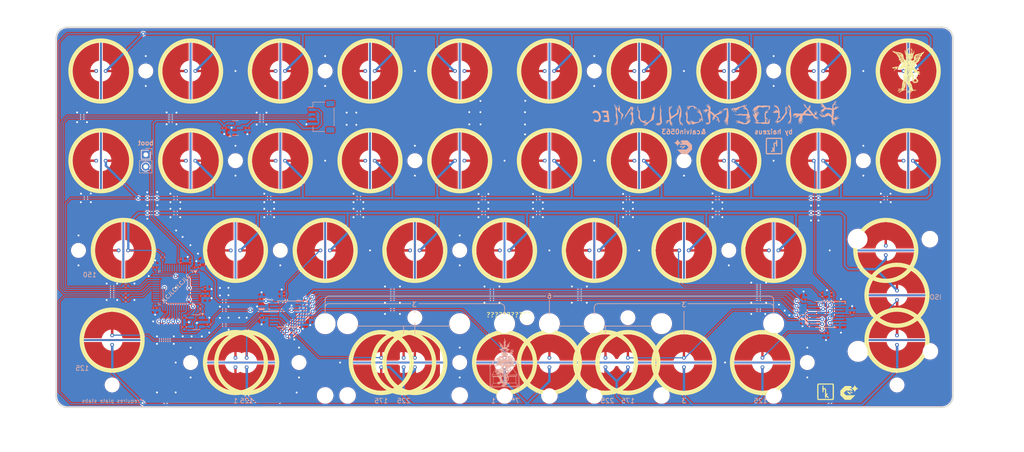
<source format=kicad_pcb>
(kicad_pcb (version 20240108) (generator "pcbnew") (generator_version "8.0")
  (layers (0 "F.Cu" signal) (31 "B.Cu" signal) (34 "B.Paste" user) (35 "F.Paste" user) (36 "B.SilkS" user "B.Silkscreen") (37 "F.SilkS" user "F.Silkscreen") (38 "B.Mask" user) (39 "F.Mask" user) (44 "Edge.Cuts" user))
  (net 0 "")
  (net 1 "ROW0")
  (net 2 "ROW2")
  (net 3 "COL0")
  (net 4 "COL2")
  (net 5 "COL4")
  (net 6 "COL1")
  (net 7 "COL3")
  (net 8 "GND")
  (net 9 "ROW1")
  (net 10 "ROW3")
  (net 11 "COL5")
  (net 12 "COL6")
  (net 13 "COL7")
  (net 14 "COL8")
  (net 15 "COL9")
  (net 16 "+5V")
  (net 23 "+3V3")
  (net 24 "APLEX_OUT")
  (net 25 "ADC")
  (net 26 "Net-(U5--)")
  (net 27 "APLEX_EN_PIN_0")
  (net 28 "AMUX_SEL_2")
  (net 29 "AMUX_SEL_1")
  (net 30 "AMUX_SEL_0")
  (net 31 "APLEX_EN_PIN_1")
  (net 32 "NRST")
  (net 34 "D_P")
  (net 35 "D_N")
  (net 38 "BOOT0")
  (net 45 "Net-(U8-PA10)")
  (net 46 "Net-(U8-PA13)")
  (net 47 "Net-(U8-PA14)")
  (net 48 "Net-(U8-PA9)")
  (footprint "cipulot_parts:HOLE_M2 (no arrow)" (layer "F.Cu") (at 88.9 33.1375)
    (property "Reference" "H3" (hide yes))
    (property "Value" "MountingHole" (hide yes))
  )
  (footprint "cipulot_parts:ecs_pad_1U_no_ring" (layer "F.Cu") (at 60.325 52.1875)
    (property "Reference" "SW_EC12")
    (property "Value" "Topre" (hide yes))
  )
  (footprint "cipulot_parts:HOLE_M2 (no arrow)" (layer "F.Cu") (at 146.05 33.1375)
    (property "Reference" "H5" (hide yes))
    (property "Value" "MountingHole" (hide yes))
  )
  (footprint "LOGO" (layer "F.Cu") (at 212.725 33.1375)
    (property "Reference" "G***" (hide yes))
    (property "Value" "LOGO" (hide yes))
  )
  (footprint "cipulot_parts:HOLE_M2 (no arrow)" (layer "F.Cu") (at 69.85 52.1875)
    (property "Reference" "H2" (hide yes))
    (property "Value" "MountingHole" (hide yes))
  )
  (footprint "cipulot_parts:ecs_pad_1U_no_ring" (layer "F.Cu") (at 60.325 33.1375)
    (property "Reference" "SW_EC2")
    (property "Value" "Topre" (hide yes))
  )
  (footprint "cipulot_parts:HOLE_M2 (no arrow)" (layer "F.Cu") (at 174.625 71.2375)
    (property "Reference" "H12" (hide yes))
    (property "Value" "MountingHole" (hide yes))
  )
  (footprint "cipulot_parts:ecs_pad_1U_no_ring" (layer "F.Cu") (at 146.05 71.2375)
    (property "Reference" "SW_EC26")
    (property "Value" "Topre" (hide yes))
  )
  (footprint "cipulot_parts:ecs_pad_1U_no_ring" (layer "F.Cu") (at 165.1 95.05 -90)
    (property "Reference" "SW_EC40")
    (property "Value" "Topre" (hide yes))
  )
  (footprint "cipulot_parts:ecs_pad_1U_no_ring" (layer "F.Cu") (at 136.525 33.1375)
    (property "Reference" "SW_EC6")
    (property "Value" "Topre" (hide yes))
  )
  (footprint "cipulot_parts:HOLE_M2 (no arrow)" (layer "F.Cu") (at 117.475 71.2375)
    (property "Reference" "H11" (hide yes))
    (property "Value" "MountingHole" (hide yes))
  )
  (footprint "cipulot_parts:HOLE_M2 (no arrow)" (layer "F.Cu") (at 210.34375 99.8125)
    (property "Reference" "H20" (hide yes))
    (property "Value" "MountingHole" (hide yes))
  )
  (footprint "cipulot_parts:ecs_pad_1U_no_ring" (layer "F.Cu") (at 117.475 52.1875 180)
    (property "Reference" "SW_EC15")
    (property "Value" "Topre" (hide yes))
  )
  (footprint "cipulot_parts:HOLE_M2 (no arrow)" (layer "F.Cu") (at 165.1 52.1875)
    (property "Reference" "H6" (hide yes))
    (property "Value" "MountingHole" (hide yes))
  )
  (footprint "cipulot_parts:HOLE_M2 (no arrow)" (layer "F.Cu") (at 203.2 52.1875)
    (property "Reference" "H8" (hide yes))
    (property "Value" "MountingHole" (hide yes))
  )
  (footprint "cipulot_parts:ecs_pad_1U_no_ring" (layer "F.Cu") (at 212.725 52.1875)
    (property "Reference" "SW_EC20")
    (property "Value" "Topre" (hide yes))
  )
  (footprint "cipulot_parts:ecs_pad_no_ring_stepped&normal_cut" (layer "F.Cu") (at 153.19375 95.05)
    (property "Reference" "SW_EC36")
    (property "Value" "Topre" (hide yes))
  )
  (footprint "cipulot_parts:HOLE_M2 (no arrow)" (layer "F.Cu") (at 79.375 71.2375)
    (property "Reference" "H10" (hide yes))
    (property "Value" "MountingHole" (hide yes))
  )
  (footprint "cipulot_parts:HOLE_M2 (no arrow)" (layer "F.Cu") (at 191.29375 95.05)
    (property "Reference" "H18" (hide yes))
    (property "Value" "MountingHole" (hide yes))
  )
  (footprint "cipulot_parts:HOLE_M2 (no arrow)" (layer "F.Cu") (at 184.15 33.1375)
    (property "Reference" "H7" (hide yes))
    (property "Value" "MountingHole" (hide yes))
  )
  (footprint "cipulot_parts:ecs_pad_1U_no_ring" (layer "F.Cu") (at 210.34375 90.2875 -90)
    (property "Reference" "SW_EC39")
    (property "Value" "Topre" (hide yes))
  )
  (footprint "cipulot_parts:ecs_pad_1U_no_ring" (layer "F.Cu") (at 193.675 33.1375)
    (property "Reference" "SW_EC9")
    (property "Value" "Topre" (hide yes))
  )
  (footprint "PCM_marbastlib-mx:STAB_MX_3u" (layer "F.Cu") (at 107.95 95.05 180)
    (property "Reference" "S4" (hide yes))
    (property "Value" "3")
  )
  (footprint "PCM_marbastlib-mx:STAB_MX_3u" (layer "F.Cu") (at 165.1 95.05 180)
    (property "Reference" "S5" (hide yes))
    (property "Value" "3")
  )
  (footprint "LOGO" (layer "F.Cu") (at 200.025 101.4)
    (property "Reference" "G***" (hide yes))
    (property "Value" "LOGO" (hide yes))
  )
  (footprint "cipulot_parts:ecs_pad_1U_no_ring" (layer "F.Cu") (at 127 71.2375)
    (property "Reference" "SW_EC25")
    (property "Value" "Topre" (hide yes))
  )
  (footprint "cipulot_parts:HOLE_M2 (no arrow)" (layer "F.Cu") (at 36.5125 71.2375)
    (property "Reference" "H9" (hide yes))
    (property "Value" "MountingHole" (hide yes))
  )
  (footprint "cipulot_parts:ecs_pad_1U_no_ring" (layer "F.Cu") (at 41.275 52.1875)
    (property "Reference" "SW_EC11")
    (property "Value" "Topre" (hide yes))
  )
  (footprint "cipulot_parts:ecs_pad_1U_no_ring_1u_edge_cut_horizontal" (layer "F.Cu") (at 136.525 95.05)
    (property "Reference" "SW_EC34")
    (property "Value" "Topre" (hide yes))
  )
  (footprint "cipulot_parts:ecs_pad_1U_no_ring" (layer "F.Cu") (at 181.76875 95.05 -90)
    (property "Reference" "SW_EC38")
    (property "Value" "Topre" (hide yes))
  )
  (footprint "cipulot_parts:HOLE_M2 (no arrow)" (layer "F.Cu") (at 107.95 52.1875)
    (property "Reference" "H4" (hide yes))
    (property "Value" "MountingHole" (hide yes))
  )
  (footprint "cipulot_parts:ecs_pad_1U_no_ring" (layer "F.Cu") (at 117.475 33.1375 180)
    (property "Reference" "SW_EC5")
    (property "Value" "Topre" (hide yes))
  )
  (footprint "cipulot_parts:ecs_pad_1U_no_ring" (layer "F.Cu") (at 127 95.05 -90)
    (property "Reference" "SW_EC35")
    (property "Value" "Topre" (hide yes))
  )
  (footprint "cipulot_parts:ecs_pad_1U_no_ring" (layer "F.Cu") (at 43.65625 90.2875 -90)
    (property "Reference" "SW_EC31")
    (property "Value" "Topre" (hide yes))
  )
  (footprint "cipulot_parts:ecs_pad_1U_no_ring" (layer "F.Cu") (at 174.625 33.1375)
    (property "Reference" "SW_EC8")
    (property "Value" "Topre" (hide yes))
  )
  (footprint "cipulot_parts:ecs_pad_1U_no_ring" (layer "F.Cu") (at 207.9625 71.2375 -90)
    (property "Reference" "SW_EC29")
    (property "Value" "Topre" (hide yes))
  )
  (footprint "cipulot_parts:ecs_pad_1U_no_ring" (layer "F.Cu") (at 136.525 52.1875)
    (property "Reference" "SW_EC16")
    (property "Value" "Topre" (hide yes))
  )
  (footprint "cipulot_parts:ecs_pad_1U_no_ring" (layer "F.Cu") (at 193.675 52.1875)
    (property "Reference" "SW_EC19")
    (property "Value" "Topre" (hide yes))
  )
  (footprint "cipulot_parts:HOLE_M2 (no arrow)" (layer "F.Cu") (at 153.19375 85.525)
    (property "Reference" "H16" (hide yes))
    (property "Value" "MountingHole" (hide yes))
  )
  (footprint "cipulot_parts:ecs_pad_1U_no_ring" (layer "F.Cu") (at 98.425 33.1375)
    (property "Reference" "SW_EC4")
    (property "Value" "Topre" (hide yes))
  )
  (footprint "PCM_marbastlib-mx:STAB_MX_2.25u" (layer "F.Cu") (at 148.43125 95.05 180)
    (property "Reference" "S2" (hide yes))
    (property "Value" "225")
  )
  (footprint "cipulot_parts:ecs_pad_1U_no_ring" (layer "F.Cu") (at 98.425 52.1875)
    (property "Reference" "SW_EC14")
    (property "Value" "Topre" (hide yes))
  )
  (footprint "cipulot_parts:ecs_pad_1U_no_ring" (layer "F.Cu") (at 165.1 71.2375)
    (property "Reference" "SW_EC27")
    (property "Value" "Topre" (hide yes))
  )
  (footprint "PCM_marbastlib-mx:STAB_MX_2.25u" (layer "F.Cu") (at 105.56875 95.05 180)
    (property "Reference" "S1" (hide yes))
    (property "Value" "225")
  )
  (footprint "cipulot_parts:HOLE_M2 (no arrow)" (layer "F.Cu") (at 60.325 95.05)
    (property "Reference" "H14" (hide yes))
    (property "Value" "MountingHole" (hide yes))
  )
  (footprint "cipulot_parts:ecs_pad_1U_no_ring" (layer "F.Cu") (at 155.575 33.1375)
    (property "Reference" "SW_EC7")
    (property "Value" "Topre" (hide yes))
  )
  (footprint "PCM_marbastlib-mx:STAB_MX_ISO-ROT" (layer "F.Cu") (at 210.34375 80.7625)
    (property "Reference" "S3" (hide yes))
    (property "Value" "225")
  )
  (footprint "cipulot_parts:ecs_pad_1U_no_ring" (layer "F.Cu") (at 88.9 71.2375)
    (property "Reference" "SW_EC23")
    (property "Value" "Topre" (hide yes))
  )
  (footprint "cipulot_parts:ecs_pad_1U_no_ring" (layer "F.Cu") (at 46.0375 71.2375)
    (property "Reference" "SW_EC21")
    (property "Value" "Topre" (hide yes))
  )
  (footprint "cipulot_parts:HOLE_M2 (no arrow)" (layer "F.Cu") (at 83.34375 95.05)
    (property "Reference" "H23" (hide yes))
    (property "Value" "MountingHole" (hide yes))
  )
  (footprint "cipulot_parts:ecs_pad_1U_no_ring" (layer "F.Cu") (at 41.275 33.1375)
    (property "Reference" "SW_EC1")
    (property "Value" "Topre" (hide yes))
  )
  (footprint "cipulot_parts:ecs_pad_no_ring_1u&1.25u&1.5u" (layer "F.Cu") (at 69.85 95.05)
    (property "Reference" "SW_EC32")
    (property "Value" "Topre" (hide yes))
  )
  (footprint "cipulot_parts:ecs_pad_1U_no_ring" (layer "F.Cu") (at 107.95 71.2375)
    (property "Reference" "SW_EC24")
    (property "Value" "Topre" (hide yes))
  )
  (footprint "cipulot_parts:ecs_pad_1U_no_ring" (layer "F.Cu") (at 184.15 71.2375)
    (property "Reference" "SW_EC28")
    (property "Value" "Topre" (hide yes))
  )
  (footprint "cipulot_parts:ecs_pad_1U_no_ring" (layer "F.Cu") (at 155.575 52.1875)
    (property "Reference" "SW_EC17")
    (property "Value" "Topre" (hide yes))
  )
  (footprint "LOGO" (layer "F.Cu") (at 195.2625 101.4)
    (property "Reference" "G***" (hide yes))
    (property "Value" "LOGO" (hide yes))
  )
  (footprint "cipulot_parts:HOLE_M2 (no arrow)" (layer "F.Cu") (at 131.7625 85.525)
    (property "Reference" "H24" (hide yes))
    (property "Value" "MountingHole" (hide yes))
  )
  (footprint "cipulot_parts:HOLE_M2 (no arrow)" (layer "F.Cu") (at 117.475 95.05)
    (property "Reference" "H17" (hide yes))
    (property "Value" "MountingHole" (hide yes))
  )
  (footprint "cipulot_parts:HOLE_M2 (no arrow)" (layer "F.Cu") (at 107.95 85.525)
    (property "Reference" "H15" (hide yes))
    (property "Value" "MountingHole" (hide yes))
  )
  (footprint "cipulot_parts:ecs_pad_1U_no_ring" (layer "F.Cu") (at 79.375 52.1875)
    (property "Reference" "SW_EC13")
    (property "Value" "Topre" (hide yes))
  )
  (footprint "cipulot_parts:HOLE_M2 (no arrow)" (layer "F.Cu") (at 50.8 33.1375)
    (property "Reference" "H1" (hide yes))
    (property "Value" "MountingHole" (hide yes))
  )
  (footprint "cipulot_parts:ecs_pad_1U_no_ring" (layer "F.Cu") (at 174.625 52.1875)
    (property "Reference" "SW_EC18")
    (property "Value" "Topre" (hide yes))
  )
  (footprint "cipulot_parts:ecs_pad_1U_no_ring" (layer "F.Cu") (at 210.34375 80.7625 90)
    (property "Reference" "SW_EC30")
    (property "Value" "Topre" (hide yes))
  )
  (footprint "cipulot_parts:ecs_pad_0.25U_0.125U_spaced_no_ring_cut_right" (layer "F.Cu") (at 105.56875 95.05)
    (property "Reference" "SW_EC33")
    (property "Value" "Topre" (hide yes))
  )
  (footprint "cipulot_parts:ecs_pad_1U_no_ring" (layer "F.Cu") (at 79.375 33.1375)
    (property "Reference" "SW_EC3")
    (property "Value" "Topre" (hide yes))
  )
  (footprint "cipulot_parts:ecs_pad_1U_no_ring" (layer "F.Cu") (at 212.725 33.1375)
    (property "Reference" "SW_EC10")
    (property "Value" "Topre" (hide yes))
  )
  (footprint "cipulot_parts:HOLE_M2 (no arrow)" (layer "F.Cu") (at 43.65625 99.8125)
    (property "Reference" "H19" (hide yes))
    (property "Value" "MountingHole" (hide yes))
  )
  (footprint "cipulot_parts:ecs_pad_1U_no_ring" (layer "F.Cu") (at 69.85 71.2375)
    (property "Reference" "SW_EC22")
    (property "Value" "Topre" (hide yes))
  )
  (footprint "Connector_PinHeader_2.54mm:PinHeader_1x02_P2.54mm_Vertical" (layer "B.Cu") (at 50.8 50.9125 180)
    (property "Reference" "SW1" (hide yes))
    (property "Value" "DFU")
  )
  (footprint "Capacitor_SMD:C_0402_1005Metric" (layer "B.Cu") (at 63.399561 79.428486)
    (property "Reference" "C40" (hide yes))
    (property "Value" "100nF")
  )
  (footprint "Package_TO_SOT_SMD:SOT-23" (layer "B.Cu") (at 69.85 45.24375)
    (property "Reference" "U9" (hide yes))
    (property "Value" "XC6206PxxxMR-Regulator_Linear")
  )
  (footprint "Capacitor_SMD:C_0402_1005Metric" (layer "B.Cu") (at 52.784658 83.4575 -90)
    (property "Reference" "C38" (hide yes))
    (property "Value" "100n")
  )
  (footprint "Package_QFP:LQFP-48_7x7mm_P0.5mm" (layer "B.Cu") (at 57.15 79.175 180)
    (property "Reference" "U8" (hide yes))
    (property "Value" "STM32F072CBT6")
  )
  (footprint "LOGO" (layer "B.Cu") (at 127 95.25 180)
    (property "Reference" "G***" (hide yes))
    (property "Value" "LOGO" (hide yes))
  )
  (footprint "Resistor_SMD:R_0402_1005Metric" (layer "B.Cu") (at 58.2275 73.482441)
    (property "Reference" "R20" (hide yes))
    (property "Value" "10k")
  )
  (footprint "Capacitor_SMD:C_0402_1005Metric" (layer "B.Cu") (at 62.864081 80.910576 -90)
    (property "Reference" "C34" (hide yes))
    (property "Value" "100nF")
  )
  (footprint "Capacitor_SMD:C_0402_1005Metric" (layer "B.Cu") (at 67.46875 45.24375 90)
    (property "Reference" "C42" (hide yes))
    (property "Value" "1uF")
  )
  (footprint "Resistor_SMD:R_0402_1005Metric" (layer "B.Cu") (at 196.45 80.6017 180)
    (property "Reference" "R25" (hide yes))
    (property "Value" "100k")
  )
  (footprint "Capacitor_SMD:C_0402_1005Metric" (layer "B.Cu") (at 63.92375 80.910576 -90)
    (property "Reference" "C39" (hide yes))
    (property "Value" "1u")
  )
  (footprint "LOGO" (layer "B.Cu") (at 184.15 49.2125 180)
    (property "Reference" "G***" (hide yes))
    (property "Value" "LOGO" (hide yes))
  )
  (footprint "Resistor_SMD:R_0402_1005Metric" (layer "B.Cu") (at 62.3625 83.1 180)
    (property "Reference" "R15" (hide yes))
    (property "Value" "DNP")
  )
  (footprint "Capacitor_SMD:C_0402_1005Metric" (layer "B.Cu") (at 75.40625 81.55625 -90)
    (property "Reference" "C31" (hide yes))
    (property "Value" "100n")
  )
  (footprint "Capacitor_SMD:C_0402_1005Metric" (layer "B.Cu") (at 72.38125 45.24375 90)
    (property "Reference" "C41" (hide yes))
    (property "Value" "1uF")
  )
  (footprint "Package_TO_SOT_SMD:SOT-23-5" (layer "B.Cu") (at 61.56875 86.475 180)
    (property "Reference" "U5" (hide yes))
    (property "Value" "OPA354")
  )
  (footprint "LOGO" (layer "B.Cu") (at 174.625 42.06875 180)
    (property "Reference" "G***" (hide yes))
    (property "Value" "LOGO" (hide yes))
  )
  (footprint "LOGO" (layer "B.Cu") (at 165.1 49.2125 180)
    (property "Reference" "G***" (hide yes))
    (property "Value" "LOGO" (hide yes))
  )
  (footprint "Capacitor_SMD:C_0402_1005Metric" (layer "B.Cu") (at 64.195574 86.94643 90)
    (property "Reference" "C30" (hide yes))
    (property "Value" "220pF NP0")
  )
  (footprint "Resistor_SMD:R_0402_1005Metric" (layer "B.Cu") (at 54.407441 72.706326 90)
    (property "Reference" "R3" (hide yes))
    (property "Value" "100")
  )
  (footprint "Resistor_SMD:R_0402_1005Metric" (layer "B.Cu") (at 81.75625 88.7 -90)
    (property "Reference" "R17" (hide yes))
    (property "Value" "100k")
  )
  (footprint "Resistor_SMD:R_0402_1005Metric" (layer "B.Cu") (at 85.725 85.525 -90)
    (property "Reference" "R21" (hide yes))
    (property "Value" "100k")
  )
  (footprint "Capacitor_SMD:C_0402_1005Metric" (layer "B.Cu") (at 190.5 81.6642 -90)
    (property "Reference" "C32" (hide yes))
    (property "Value" "100n")
  )
  (footprint "Resistor_SMD:R_0402_1005Metric" (layer "B.Cu") (at 80.16875 80.49375 180)
    (property "Reference" "R18" (hide yes))
    (property "Value" "100k")
  )
  (footprint "cipulot_parts:TSSOP16" (layer "B.Cu") (at 80.9625 84.73125 -90)
    (property "Reference" "U6")
    (property "Value" "74HC4051")
  )
  (footprint "Capacitor_SMD:C_0402_1005Metric" (layer "B.Cu") (at 61.545824 74.860288 90)
    (property "Reference" "C33" (hide yes))
    (property "Value" "100nF")
  )
  (footprint "Resistor_SMD:R_0402_1005Metric" (layer "B.Cu") (at 46.5475 80.76875 180)
    (property "Reference" "R1" (hide yes))
    (property "Value" "100")
  )
  (footprint "Resistor_SMD:R_0402_1005Metric" (layer "B.Cu") (at 58.99375 87.51875 90)
    (property "Reference" "R14" (hide yes))
    (property "Value" "1k")
  )
  (footprint "Capacitor_SMD:C_0402_1005Metric" (layer "B.Cu") (at 58.99375 85.53125 90)
    (property "Reference" "C29" (hide yes))
    (property "Value" "100n")
  )
  (footprint "Connector_JST:JST_SH_SM04B-SRSS-TB_1x04-1MP_P1.00mm_Horizontal" (layer "B.Cu") (at 88.10625 42.8625 -90)
    (property "Reference" "J2" (hide yes))
    (property "Value" "SM04B")
  )
  (footprint "Resistor_SMD:R_0402_1005Metric" (layer "B.Cu") (at 62.3625 84.19375 180)
    (property "Reference" "R13" (hide yes))
    (property "Value" "100k")
  )
  (footprint "Capacitor_SMD:C_0402_1005Metric" (layer "B.Cu") (at 52.784658 74.841036 90)
    (property "Reference" "C35" (hide yes))
    (property "Value" "100nF")
  )
  (footprint "Resistor_SMD:R_0402_1005Metric" (layer "B.Cu") (at 194.46875 80.6017)
    (property "Reference" "R27" (hide yes))
    (property "Value" "100k")
  )
  (footprint "Resistor_SMD:R_0402_1005Metric" (layer "B.Cu") (at 75.40625 85.525 -90)
    (property "Reference" "R19" (hide yes))
    (property "Value" "100k")
  )
  (footprint "Resistor_SMD:R_0402_1005Metric" (layer "B.Cu") (at 46.5475 81.75625 180)
    (property "Reference" "R4" (hide yes))
    (property "Value" "100")
  )
  (footprint "Resistor_SMD:R_0402_1005Metric" (layer "B.Cu") (at 46.5475 78.76875 180)
    (property "Reference" "R2" (hide yes))
    (property "Value" "100")
  )
  (footprint "Resistor_SMD:R_0402_1005Metric" (layer "B.Cu") (at 200.81875 84.4475 90)
    (property "Reference" "R28" (hide yes))
    (property "Value" "100k")
  )
  (footprint "cipulot_parts:TSSOP16" (layer "B.Cu") (at 195.2625 84.8392 -90)
    (property "Reference" "U7")
    (property "Value" "74HC4051")
  )
  (footprint "Resistor_SMD:R_0402_1005Metric" (layer "B.Cu") (at 195.2625 88.80795 -90)
    (property "Reference" "R26" (hide yes))
    (property "Value" "100k")
  )
  (footprint "Resistor_SMD:R_0402_1005Metric" (layer "B.Cu") (at 190.5 85.80875 -90)
    (property "Reference" "R24" (hide yes))
    (property "Value" "100k")
  )
  (footprint "Capacitor_SMD:C_0603_1608Metric" (layer "B.Cu") (at 62.894069 74.309151 90)
    (property "Reference" "C37" (hide yes))
    (property "Value" "10uF")
  )
  (footprint "Capacitor_SMD:C_0402_1005Metric" (layer "B.Cu") (at 60.18875 73.482441 180)
    (property "Reference" "C36" (hide yes))
    (property "Value" "100nF")
  )
  (footprint "Resistor_SMD:R_0402_1005Metric" (layer "B.Cu") (at 75.40625 83.65375 90)
    (property "Reference" "R16" (hide yes))
    (property "Value" "100k")
  )
  (gr_line (start 108.74375 82.55) (end 126.20625 82.55) (stroke (width 0.15)) (layer "B.SilkS"))
  (gr_arc (start 88.899949 83.343699) (mid 89.132463 82.782463) (end 89.693699 82.549949) (stroke (width 0.15)) (layer "B.SilkS"))
  (gr_line (start 164.30625 82.55) (end 146.84375 82.55) (stroke (width 0.15)) (layer "B.SilkS"))
  (gr_line (start 105.56875 87.3125) (end 105.56875 88.9) (stroke (width 0.15)) (layer "B.SilkS"))
  (gr_line (start 127 83.34375) (end 127 86.51875) (stroke (width 0.15)) (layer "B.SilkS"))
  (gr_line (start 88.89995 86.5187) (end 88.89995 81.7562) (stroke (width 0.15)) (layer "B.SilkS"))
  (gr_arc (start 126.20625 82.55) (mid 126.767519 82.782496) (end 127 83.34375) (stroke (width 0.15)) (layer "B.SilkS"))
  (gr_line (start 137.31875 80.9625) (end 183.35625 80.9625) (stroke (width 0.15)) (layer "B.SilkS"))
  (gr_line (start 183.356301 82.549949) (end 165.89375 82.55) (stroke (width 0.15)) (layer "B.SilkS"))
  (gr_line (start 93.6625 87.3125) (end 117.475 87.3125) (stroke (width 0.15)) (layer "B.SilkS"))
  (gr_arc (start 88.89995 81.7562) (mid 89.132463 81.194963) (end 89.6937 80.96245) (stroke (width 0.15)) (layer "B.SilkS"))
  (gr_arc (start 146.049949 83.343699) (mid 146.28248 82.782495) (end 146.843699 82.549949) (stroke (width 0.15)) (layer "B.SilkS"))
  (gr_line (start 135.73125 80.9625) (end 89.69375 80.9625) (stroke (width 0.15)) (layer "B.SilkS"))
  (gr_line (start 107.15625 82.55) (end 89.69375 82.55) (stroke (width 0.15)) (layer "B.SilkS"))
  (gr_circle (center 127.031897 98.434113) (end 127.031897 97.640363) (stroke (width 0.15)) (fill none) (layer "B.SilkS"))
  (gr_arc (start 183.3563 80.96245) (mid 183.917519 81.194966) (end 184.15005 81.7562) (stroke (width 0.15)) (layer "B.SilkS"))
  (gr_line (start 107.95 84.1375) (end 107.95 88.9) (stroke (width 0.15)) (layer "B.SilkS"))
  (gr_line (start 136.525 81.75625) (end 136.525 86.51875) (stroke (width 0.15)) (layer "B.SilkS"))
  (gr_line (start 184.15005 86.5187) (end 184.15005 81.7562) (stroke (width 0.15)) (layer "B.SilkS"))
  (gr_line (start 136.525 87.3125) (end 160.3375 87.3125) (stroke (width 0.15)) (layer "B.SilkS"))
  (gr_line (start 165.1 84.1375) (end 165.1 88.9) (stroke (width 0.15)) (layer "B.SilkS"))
  (gr_arc (start 183.356301 82.549949) (mid 183.917555 82.78246) (end 184.150051 83.343699) (stroke (width 0.15)) (layer "B.SilkS"))
  (gr_line (start 148.43125 87.3125) (end 148.43125 88.9) (stroke (width 0.15)) (layer "B.SilkS"))
  (gr_line (start 146.05 88.10625) (end 146.05 83.34375) (stroke (width 0.15)) (layer "B.SilkS"))
  (gr_arc (start 34.13125 104.575) (mid 32.447496 103.877504) (end 31.75 102.19375) (stroke (width 0.2)) (layer "Edge.Cuts"))
  (gr_arc (start 222.25 102.19375) (mid 221.552504 103.877504) (end 219.86875 104.575) (stroke (width 0.2)) (layer "Edge.Cuts"))
  (gr_line (start 219.868825 23.812425) (end 34.13125 23.8125) (stroke (width 0.2)) (layer "Edge.Cuts"))
  (gr_line (start 31.75 26.19375) (end 31.75 102.19375) (stroke (width 0.2)) (layer "Edge.Cuts"))
  (gr_arc (start 219.868825 23.812425) (mid 221.552616 24.509884) (end 222.250075 26.193675) (stroke (width 0.2)) (layer "Edge.Cuts"))
  (gr_arc (start 31.75 26.19375) (mid 32.447475 24.509975) (end 34.13125 23.8125) (stroke (width 0.2)) (layer "Edge.Cuts"))
  (gr_line (start 222.25 102.19375) (end 222.250075 26.193675) (stroke (width 0.2)) (layer "Edge.Cuts"))
  (gr_line (start 34.13125 104.575) (end 219.86875 104.575) (stroke (width 0.2)) (layer "Edge.Cuts"))
  (gr_text "175" (at 153.19375 103.1875 0) (layer "B.SilkS") (effects (font (size 1 1)) (justify mirror)))
  (gr_text "1" (at 127 98.425 0) (layer "B.SilkS") (effects (font (size 1 1)) (justify mirror)))
  (gr_text "3" (at 108.409002 83.34375 0) (layer "B.SilkS") (effects (font (size 1 1)) (justify left bottom mirror)))
  (gr_text "by haizeus" (at 184.15 46.0375 0) (layer "B.SilkS") (effects (font (size 1 1) (thickness 0.2) (bold yes)) (justify mirror)))
  (gr_text "7*" (at 129.38125 103.1875 0) (layer "B.SilkS") (effects (font (size 1 1)) (justify mirror)))
  (gr_text "1" (at 69.85 103.1875 0) (layer "B.SilkS") (effects (font (size 1 1)) (justify mirror)))
  (gr_text "125" (at 181.36875 103.1875 0) (layer "B.SilkS") (effects (font (size 1 1)) (justify mirror)))
  (gr_text "6" (at 136.525 80.9625 0) (layer "B.SilkS") (effects (font (size 1 1)) (justify mirror)))
  (gr_text "125" (at 72.23125 103.1875 0) (layer "B.SilkS") (effects (font (size 1 1)) (justify mirror)))
  (gr_text "150" (at 38.89375 76.99375 0) (layer "B.SilkS") (effects (font (size 1 1)) (justify bottom mirror)))
  (gr_text "3" (at 165.1 103.1875 0) (layer "B.SilkS") (effects (font (size 1 1)) (justify mirror)))
  (gr_text "*requires plate stabs" (at 43.65625 103.1875 0) (layer "B.SilkS") (effects (font (size 0.8 0.8) (thickness 0.1)) (justify mirror)))
  (gr_text "225" (at 105.56875 103.1875 0) (layer "B.SilkS") (effects (font (size 1 1)) (justify mirror)))
  (gr_text "EC" (at 147.6375 42.8625 0) (layer "B.SilkS") (effects (font (size 2 2) (thickness 0.4) (bold yes) (italic yes)) (justify mirror)))
  (gr_text "175" (at 100.80625 103.1875 0) (layer "B.SilkS") (effects (font (size 1 1)) (justify mirror)))
  (gr_text "3" (at 165.1 83.34375 0) (layer "B.SilkS") (effects (font (size 1 1)) (justify bottom mirror)))
  (gr_text "125" (at 37.30625 96.8375 0) (layer "B.SilkS") (effects (font (size 1 1)) (justify bottom mirror)))
  (gr_text "boot" (at 50.8 48.41875 0) (layer "B.SilkS") (effects (font (size 1 1) (thickness 0.2) (bold yes)) (justify mirror)))
  (gr_text "ISO" (at 219.86875 81.75625 0) (layer "B.SilkS") (effects (font (size 1 1)) (justify left bottom mirror)))
  (gr_text "&calvin0563" (at 165.1 46.0375 0) (layer "B.SilkS") (effects (font (size 1 1) (thickness 0.2) (bold yes)) (justify mirror)))
  (gr_text "JLCJLCJLCJLC" (at 57.15 79.375 45) (layer "B.SilkS") (effects (font (size 0.8 0.8))))
  (gr_text "225" (at 148.83125 103.1875 0) (layer "B.SilkS") (effects (font (size 1 1)) (justify mirror)))
  (gr_text "1" (at 124.61875 103.1875 0) (layer "B.SilkS") (effects (font (size 1 1)) (justify mirror)))
  (gr_text "𝔓𝔞𝔫𝔡𝔢𝔪𝔬𝔫𝔦𝔲𝔪" (at 123.03125 85.525 0) (layer "F.SilkS") (effects (font (size 1 1)) (justify left bottom)))
  (via (at 50.267299 25.2) (size 0.8) (drill 0.4) (layers "F.Cu" "B.Cu") (net 1))
  (segment (start 141.2875 25.2) (end 160.3375 25.2) (width 0.5) (layer "B.Cu") (net 1))
  (segment (start 179.3875 25.2) (end 198.4375 25.2) (width 0.5) (layer "B.Cu") (net 1))
  (segment (start 45.73125 80.4625) (end 33.509562 80.4625) (width 0.25) (layer "B.Cu") (net 1))
  (segment (start 65.0875 29.429799) (end 65.0875 25.2) (width 0.5) (layer "B.Cu") (net 1))
  (segment (start 198.4375 25.2) (end 216.69375 25.2) (width 0.5) (layer "B.Cu") (net 1))
  (segment (start 61.3798 33.137499) (end 65.0875 29.429799) (width 0.5) (layer "B.Cu") (net 1))
  (segment (start 103.1875 25.2) (end 112.7125 25.2) (width 0.5) (layer "B.Cu") (net 1))
  (segment (start 103.1875 29.429799) (end 103.1875 25.2) (width 0.5) (layer "B.Cu") (net 1))
  (segment (start 156.6298 33.137499) (end 160.3375 29.429799) (width 0.5) (layer "B.Cu") (net 1))
  (segment (start 217.4875 29.429799) (end 213.7798 33.137499) (width 0.5) (layer "B.Cu") (net 1))
  (segment (start 160.3375 25.2) (end 179.3875 25.2) (width 0.5) (layer "B.Cu") (net 1))
  (segment (start 137.5798 33.137499) (end 141.2875 29.429799) (width 0.5) (layer "B.Cu") (net 1))
  (segment (start 46.0375 80.76875) (end 45.73125 80.4625) (width 0.25) (layer "B.Cu") (net 1))
  (segment (start 42.3298 33.137499) (end 50.267299 25.2) (width 0.5) (layer "B.Cu") (net 1))
  (segment (start 80.4298 33.137499) (end 84.1375 29.429799) (width 0.5) (layer "B.Cu") (net 1))
  (segment (start 141.2875 25.2) (end 112.7125 25.2) (width 0.5) (layer "B.Cu") (net 1))
  (segment (start 32.372199 79.325137) (end 32.372199 26.959051) (width 0.25) (layer "B.Cu") (net 1))
  (segment (start 32.372199 26.959051) (end 34.13125 25.2) (width 0.25) (layer "B.Cu") (net 1))
  (segment (start 99.4798 33.137499) (end 103.1875 29.429799) (width 0.5) (layer "B.Cu") (net 1))
  (segment (start 116.323925 33.176657) (end 112.7125 29.565232) (width 0.5) (layer "B.Cu") (net 1))
  (segment (start 175.6798 33.137499) (end 179.3875 29.429799) (width 0.5) (layer "B.Cu") (net 1))
  (segment (start 112.7125 29.565232) (end 112.7125 25.2) (width 0.5) (layer "B.Cu") (net 1))
  (segment (start 198.4375 29.429799) (end 198.4375 25.2) (width 0.5) (layer "B.Cu") (net 1))
  (segment (start 194.7298 33.137499) (end 198.4375 29.429799) (width 0.5) (layer "B.Cu") (net 1))
  (segment (start 84.1375 25.2) (end 103.1875 25.2) (width 0.5) (layer "B.Cu") (net 1))
  (segment (start 160.3375 29.429799) (end 160.3375 25.2) (width 0.5) (layer "B.Cu") (net 1))
  (segment (start 33.509562 80.4625) (end 32.372199 79.325137) (width 0.25) (layer "B.Cu") (net 1))
  (segment (start 216.69375 25.2) (end 217.4875 25.99375) (width 0.5) (layer "B.Cu") (net 1))
  (segment (start 141.2875 29.429799) (end 141.2875 25.2) (width 0.5) (layer "B.Cu") (net 1))
  (segment (start 179.3875 29.429799) (end 179.3875 25.2) (width 0.5) (layer "B.Cu") (net 1))
  (segment (start 65.0875 25.2) (end 84.1375 25.2) (width 0.5) (layer "B.Cu") (net 1))
  (segment (start 217.4875 25.99375) (end 217.4875 29.429799) (width 0.5) (layer "B.Cu") (net 1))
  (segment (start 84.1375 29.429799) (end 84.1375 25.2) (width 0.5) (layer "B.Cu") (net 1))
  (segment (start 50.267299 25.2) (end 65.0875 25.2) (width 0.5) (layer "B.Cu") (net 1))
  (segment (start 34.13125 25.2) (end 50.267299 25.2) (width 0.25) (layer "B.Cu") (net 1))
  (segment (start 192.0875 63.3) (end 193.675 63.3) (width 0.5) (layer "F.Cu") (net 2))
  (segment (start 53.18125 63.3) (end 51.1475 63.3) (width 0.5) (layer "F.Cu") (net 2))
  (via (at 192.0875 63.3) (size 0.8) (drill 0.4) (layers "F.Cu" "B.Cu") (net 2))
  (via (at 193.675 63.3) (size 0.8) (drill 0.4) (layers "F.Cu" "B.Cu") (net 2))
  (via (at 53.18125 63.3) (size 0.8) (drill 0.4) (layers "F.Cu" "B.Cu") (net 2))
  (via (at 51.1475 63.3) (size 0.8) (drill 0.4) (layers "F.Cu" "B.Cu") (net 2))
  (segment (start 150.8125 63.3) (end 169.8625 63.3) (width 0.5) (layer "B.Cu") (net 2))
  (segment (start 205.842299 75.20625) (end 207.9625 73.086049) (width 0.5) (layer "B.Cu") (net 2))
  (segment (start 74.6125 67.529799) (end 74.6125 63.3) (width 0.5) (layer "B.Cu") (net 2))
  (segment (start 204.7875 75.20625) (end 205.842299 75.20625) (width 0.5) (layer "B.Cu") (net 2))
  (segment (start 53.18125 63.3) (end 74.6125 63.3) (width 0.5) (layer "B.Cu") (net 2))
  (segment (start 166.1548 71.237499) (end 169.8625 67.529799) (width 0.5) (layer "B.Cu") (net 2))
  (segment (start 74.6125 63.3) (end 93.6625 63.3) (width 0.5) (layer "B.Cu") (net 2))
  (segment (start 89.9548 71.237499) (end 93.6625 67.529799) (width 0.5) (layer "B.Cu") (net 2))
  (segment (start 193.675 63.3) (end 198.4375 63.3) (width 0.5) (layer "B.Cu") (net 2))
  (segment (start 112.7125 67.529799) (end 112.7125 63.3) (width 0.5) (layer "B.Cu") (net 2))
  (segment (start 53.448614 71.237499) (end 54.407441 72.196326) (width 0.25) (layer "B.Cu") (net 2))
  (segment (start 47.0923 65.4202) (end 47.0923 71.237499) (width 0.5) (layer "B.Cu") (net 2))
  (segment (start 207.9625 73.086049) (end 207.9625 72.2375) (width 0.5) (layer "B.Cu") (net 2))
  (segment (start 70.9048 71.237499) (end 74.6125 67.529799) (width 0.5) (layer "B.Cu") (net 2))
  (segment (start 47.0923 71.237499) (end 53.448614 71.237499) (width 0.25) (layer "B.Cu") (net 2))
  (segment (start 200.025 75.20625) (end 204.7875 75.20625) (width 0.5) (layer "B.Cu") (net 2))
  (segment (start 185.2048 71.237499) (end 188.9125 67.529799) (width 0.5) (layer "B.Cu") (net 2))
  (segment (start 169.8625 67.529799) (end 169.8625 63.3) (width 0.5) (layer "B.Cu") (net 2))
  (segment (start 199.23125 64.09375) (end 199.23125 74.4125) (width 0.5) (layer "B.Cu") (net 2))
  (segment (start 128.0548 71.237499) (end 131.7625 67.529799) (width 0.5) (layer "B.Cu") (net 2))
  (segment (start 204.7875 75.20625) (end 205.183982 75.20625) (width 0.5) (layer "B.Cu") (net 2))
  (segment (start 205.842299 75.20625) (end 210.343749 79.7077) (width 0.5) (layer "B.Cu") (net 2))
  (segment (start 93.6625 63.3) (end 112.7125 63.3) (width 0.5) (layer "B.Cu") (net 2))
  (segment (start 188.9125 63.3) (end 192.0875 63.3) (width 0.5) (layer "B.Cu") (net 2))
  (segment (start 51.1475 63.3) (end 49.2125 63.3) (width 0.5) (layer "B.Cu") (net 2))
  (segment (start 93.6625 67.529799) (end 93.6625 63.3) (width 0.5) (layer "B.Cu") (net 2))
  (segment (start 131.7625 67.529799) (end 131.7625 63.3) (width 0.5) (layer "B.Cu") (net 2))
  (segment (start 49.2125 63.3) (end 47.0923 65.4202) (width 0.5) (layer "B.Cu") (net 2))
  (segment (start 169.8625 63.3) (end 188.9125 63.3) (width 0.5) (layer "B.Cu") (net 2))
  (segment (start 188.9125 67.529799) (end 188.9125 63.3) (width 0.5) (layer "B.Cu") (net 2))
  (segment (start 109.0048 71.237499) (end 112.7125 67.529799) (width 0.5) (layer "B.Cu") (net 2))
  (segment (start 199.23125 74.4125) (end 200.025 75.20625) (width 0.5) (layer "B.Cu") (net 2))
  (segment (start 147.1048 71.237499) (end 150.8125 67.529799) (width 0.5) (layer "B.Cu") (net 2))
  (segment (start 112.7125 63.3) (end 131.7625 63.3) (width 0.5) (layer "B.Cu") (net 2))
  (segment (start 198.4375 63.3) (end 199.23125 64.09375) (width 0.5) (layer "B.Cu") (net 2))
  (segment (start 150.8125 67.529799) (end 150.8125 63.3) (width 0.5) (layer "B.Cu") (net 2))
  (segment (start 131.7625 63.3) (end 150.8125 63.3) (width 0.5) (layer "B.Cu") (net 2))
  (segment (start 38.337791 34.962791) (end 37.30625 35.994332) (width 0.5) (layer "F.Cu") (net 3))
  (segment (start 38.1 54.250582) (end 38.1 64.490232) (width 0.5) (layer "F.Cu") (net 3))
  (segment (start 43.65625 72.506832) (end 43.65625 89.2875) (width 0.5) (layer "F.Cu") (net 3))
  (segment (start 38.1 64.490232) (end 43.458009 69.848241) (width 0.5) (layer "F.Cu") (net 3))
  (segment (start 37.30625 35.994332) (end 37.30625 49.21875) (width 0.5) (layer "F.Cu") (net 3))
  (segment (start 66.906555 87.1125) (end 72.137501 87.1125) (width 0.25) (layer "B.Cu") (net 3))
  (segment (start 51.3327 89.2327) (end 52.3875 90.2875) (width 0.25) (layer "B.Cu") (net 3))
  (segment (start 75.3975 84.1725) (end 75.40625 84.16375) (width 0.25) (layer "B.Cu") (net 3))
  (segment (start 75.086251 84.16375) (end 75.40625 84.16375) (width 0.25) (layer "B.Cu") (net 3))
  (segment (start 72.137501 87.1125) (end 75.086251 84.16375) (width 0.25) (layer "B.Cu") (net 3))
  (segment (start 48.41875 89.2327) (end 51.3327 89.2327) (width 0.25) (layer "B.Cu") (net 3))
  (segment (start 43.656249 89.2327) (end 48.41875 89.2327) (width 0.25) (layer "B.Cu") (net 3))
  (segment (start 63.731555 90.2875) (end 66.906555 87.1125) (width 0.25) (layer "B.Cu") (net 3))
  (segment (start 77.98816 84.40867) (end 75.65117 84.40867) (width 0.25) (layer "B.Cu") (net 3))
  (segment (start 75.65117 84.40867) (end 75.40625 84.16375) (width 0.25) (layer "B.Cu") (net 3))
  (segment (start 52.3875 90.2875) (end 63.731555 90.2875) (width 0.25) (layer "B.Cu") (net 3))
  (segment (start 82.55 71.2375) (end 87.9 71.2375) (width 0.5) (layer "F.Cu") (net 4))
  (segment (start 76.99375 53.456832) (end 76.99375 65.68125) (width 0.5) (layer "F.Cu") (net 4))
  (segment (start 76.834666 34.565916) (end 75.40625 35.994332) (width 0.5) (layer "F.Cu") (net 4))
  (segment (start 75.40625 35.994332) (end 75.40625 49.21875) (width 0.5) (layer "F.Cu") (net 4))
  (segment (start 76.99375 65.68125) (end 82.55 71.2375) (width 0.5) (layer "F.Cu") (net 4))
  (segment (start 75.40625 49.21875) (end 76.890625 50.703125) (width 0.5) (layer "F.Cu") (net 4))
  (segment (start 86.756541 72.269041) (end 80.67875 78.346832) (width 0.25) (layer "B.Cu") (net 4))
  (segment (start 86.756541 72.269041) (end 86.235 72.790582) (width 0.25) (layer "B.Cu") (net 4))
  (segment (start 79.41056 83.10819) (end 77.98816 83.10819) (width 0.25) (layer "B.Cu") (net 4))
  (segment (start 80.67875 78.346832) (end 80.67875 80.49375) (width 0.25) (layer "B.Cu") (net 4))
  (segment (start 87.748925 71.276657) (end 86.756541 72.269041) (width 0.25) (layer "B.Cu") (net 4))
  (segment (start 80.67875 81.84) (end 79.41056 83.10819) (width 0.25) (layer "B.Cu") (net 4))
  (segment (start 80.67875 80.49375) (end 80.67875 81.84) (width 0.25) (layer "B.Cu") (net 4))
  (segment (start 122.55667 67.79417) (end 124.11875 69.35625) (width 0.5) (layer "F.Cu") (net 5))
  (segment (start 120.65 33.1375) (end 120.65 50.0125) (width 0.5) (layer "F.Cu") (net 5))
  (segment (start 120.34063 53.29062) (end 122.55667 55.50666) (width 0.5) (layer "F.Cu") (net 5))
  (segment (start 124.31875 72.506832) (end 124.31875 91.66875) (width 0.5) (layer "F.Cu") (net 5))
  (segment (start 122.55667 55.50666) (end 122.55667 67.79417) (width 0.5) (layer "F.Cu") (net 5))
  (segment (start 127 92.727018) (end 118.072982 83.8) (width 0.25) (layer "B.Cu") (net 5))
  (segment (start 118.072982 83.8) (end 88.106418 83.8) (width 0.25) (layer "B.Cu") (net 5))
  (segment (start 86.891418 85.015) (end 85.725 85.015) (width 0.25) (layer "B.Cu") (net 5))
  (segment (start 127 94.05) (end 127 92.727018) (width 0.25) (layer "B.Cu") (net 5))
  (segment (start 83.97567 85.015) (end 83.93684 85.05383) (width 0.25) (layer "B.Cu") (net 5))
  (segment (start 88.106418 83.8) (end 86.891418 85.015) (width 0.25) (layer "B.Cu") (net 5))
  (segment (start 85.725 85.015) (end 83.97567 85.015) (width 0.25) (layer "B.Cu") (net 5))
  (segment (start 67.46875 89.2875) (end 69.953125 91.771875) (width 0.5) (layer "F.Cu") (net 6))
  (segment (start 56.078772 36.27181) (end 56.078772 48.941272) (width 0.5) (layer "F.Cu") (net 6))
  (segment (start 67.46875 72.506832) (end 67.46875 89.2875) (width 0.5) (layer "F.Cu") (net 6))
  (segment (start 56.078772 48.941272) (end 57.840625 50.703125) (width 0.5) (layer "F.Cu") (net 6))
  (segment (start 57.15 54.250582) (end 57.15 64.8875) (width 0.5) (layer "F.Cu") (net 6))
  (segment (start 63.5 71.2375) (end 66.675 71.2375) (width 0.5) (layer "F.Cu") (net 6))
  (segment (start 57.387791 34.962791) (end 56.078772 36.27181) (width 0.5) (layer "F.Cu") (net 6))
  (segment (start 57.15 64.8875) (end 63.5 71.2375) (width 0.5) (layer "F.Cu") (net 6))
  (segment (start 72.231249 88.190001) (end 75.40625 85.015) (width 0.25) (layer "B.Cu") (net 6))
  (segment (start 72.231249 93.9952) (end 72.231249 88.190001) (width 0.25) (layer "B.Cu") (net 6))
  (segment (start 75.40625 85.05383) (end 77.98816 85.05383) (width 0.25) (layer "B.Cu") (net 6))
  (segment (start 95.487791 34.962791) (end 94.45625 35.994332) (width 0.5) (layer "F.Cu") (net 7))
  (segment (start 96.04375 53.456832) (end 96.04375 64.8875) (width 0.5) (layer "F.Cu") (net 7))
  (segment (start 94.45625 49.21875) (end 95.940625 50.703125) (width 0.5) (layer "F.Cu") (net 7))
  (segment (start 96.04375 64.8875) (end 102.39375 71.2375) (width 0.5) (layer "F.Cu") (net 7))
  (segment (start 103.1875 74.888082) (end 103.1875 91.66675) (width 0.5) (layer "F.Cu") (net 7))
  (segment (start 103.1875 91.66675) (end 104.085375 92.564625) (width 0.5) (layer "F.Cu") (net 7))
  (segment (start 94.45625 35.994332) (end 94.45625 49.21875) (width 0.5) (layer "F.Cu") (net 7))
  (segment (start 105.012791 73.062791) (end 103.1875 74.888082) (width 0.5) (layer "F.Cu") (net 7))
  (segment (start 102.39375 71.2375) (end 106.95 71.2375) (width 0.5) (layer "F.Cu") (net 7))
  (segment (start 81.75625 86.101759) (end 81.75625 88.19) (width 0.25) (layer "B.Cu") (net 7))
  (segment (start 79.412921 83.75843) (end 81.75625 86.101759) (width 0.25) (layer "B.Cu") (net 7))
  (segment (start 87.56145 93.9952) (end 81.75625 88.19) (width 0.25) (layer "B.Cu") (net 7))
  (segment (start 100.806249 93.9952) (end 87.56145 93.9952) (width 0.25) (layer "B.Cu") (net 7))
  (segment (start 77.98816 83.75843) (end 79.412921 83.75843) (width 0.25) (layer "B.Cu") (net 7))
  (via (at 66.549074 83.180839) (size 0.8) (drill 0.4) (layers "F.Cu" "B.Cu") (net 8))
  (via (at 84.1375 87.90625) (size 0.8) (drill 0.4) (layers "F.Cu" "B.Cu") (net 8))
  (via (at 195.475138 79.697984) (size 0.8) (drill 0.4) (layers "F.Cu" "B.Cu") (net 8))
  (via (at 123.553903 64.18212) (size 0.8) (drill 0.4) (layers "F.Cu" "B.Cu") (net 8))
  (via (at 74.346339 41.967093) (size 0.8) (drill 0.4) (layers "F.Cu" "B.Cu") (net 8))
  (via (at 55.228772 44.449348) (size 0.8) (drill 0.4) (layers "F.Cu" "B.Cu") (net 8))
  (via (at 70.64375 85.525) (size 0.8) (drill 0.4) (layers "F.Cu" "B.Cu") (net 8))
  (via (at 121.469419 64.18212) (size 0.8) (drill 0.4) (layers "F.Cu" "B.Cu") (net 8))
  (via (at 206.911809 59.19119) (size 0.8) (drill 0.4) (layers "F.Cu" "B.Cu") (net 8))
  (via (at 50.8 29.9625) (size 0.8) (drill 0.4) (layers "F.Cu" "B.Cu") (net 8))
  (via (at 53.232887 58.843835) (size 0.8) (drill 0.4) (layers "F.Cu" "B.Cu") (net 8))
  (via (at 68.3625 85.525) (size 0.8) (drill 0.4) (layers "F.Cu" "B.Cu") (net 8))
  (via (at 154.26014 61.046697) (size 0.8) (drill 0.4) (layers "F.Cu" "B.Cu") (net 8))
  (via (at 51.136689 61.649697) (size 0.8) (drill 0.4) (layers "F.Cu" "B.Cu") (net 8))
  (via (at 62.70625 89.49375) (size 0.8) (drill 0.4) (layers "F.Cu" "B.Cu") (net 8))
  (via (at 133.042967 64.18212) (size 0.8) (drill 0.4) (layers "F.Cu" "B.Cu") (net 8))
  (via (at 69.85 55.3625) (size 0.8) (drill 0.4) (layers "F.Cu" "B.Cu") (net 8))
  (via (at 83.34375 91.875) (size 0.8) (drill 0.4) (layers "F.Cu" "B.Cu") (net 8))
  (via (at 193.675 64.8875) (size 0.8) (drill 0.4) (layers "F.Cu" "B.Cu") (net 8))
  (via (at 74.450506 83.145978) (size 0.8) (drill 0.4) (layers "F.Cu" "B.Cu") (net 8))
  (via (at 83.34375 98.225) (size 0.8) (drill 0.4) (layers "F.Cu" "B.Cu") (net 8))
  (via (at 60.540774 89.49375) (size 0.8) (drill 0.4) (layers "F.Cu" "B.Cu") (net 8))
  (via (at 42.492733 81.774886) (size 0.8) (drill 0.4) (layers "F.Cu" "B.Cu") (net 8))
  (via (at 64.773799 81.378787) (size 0.8) (drill 0.4) (layers "F.Cu" "B.Cu") (net 8))
  (via (at 72.380524 46.55233) (size 0.8) (drill 0.4) (layers "F.Cu" "B.Cu") (net 8))
  (via (at 56.038052 59.190591) (size 0.8) (drill 0.4) (layers "F.Cu" "B.Cu") (net 8))
  (via (at 117.475 91.875) (size 0.8) (drill 0.4) (layers "F.Cu" "B.Cu") (net 8))
  (via (at 101.6 82.35) (size 0.8) (drill 0.4) (layers "F.Cu" "B.Cu") (net 8))
  (via (at 44.717264 78.27493) (size 0.8) (drill 0.4) (layers "F.Cu" "B.Cu") (net 8))
  (via (at 69.85 49.0125) (size 0.8) (drill 0.4) (layers "F.Cu" "B.Cu") (net 8))
  (via (at 146.05 36.3125) (size 0.8) (drill 0.4) (layers "F.Cu" "B.Cu") (net 8))
  (via (at 68.3625 80.7625) (size 0.8) (drill 0.4) (layers "F.Cu" "B.Cu") (net 8))
  (via (at 94.927266 59.1878) (size 0.8) (drill 0.4) (layers "F.Cu" "B.Cu") (net 8))
  (via (at 171.166892 64.18212) (size 0.8) (drill 0.4) (layers "F.Cu" "B.Cu") (net 8))
  (via (at 107.95 49.0125) (size 0.8) (drill 0.4) (layers "F.Cu" "B.Cu") (net 8))
  (via (at 107.95 33.1375) (size 0.8) (drill 0.4) (layers "F.Cu" "B.Cu") (net 8))
  (via (at 154.26014 64.18212) (size 0.8) (drill 0.4) (layers "F.Cu" "B.Cu") (net 8))
  (via (at 190.273085 87.339415) (size 0.8) (drill 0.4) (layers "F.Cu" "B.Cu") (net 8))
  (via (at 57.248946 67.00596) (size 0.8) (drill 0.4) (layers "F.Cu" "B.Cu") (net 8))
  (via (at 107.95 55.3625) (size 0.8) (drill 0.4) (layers "F.Cu" "B.Cu") (net 8))
  (via (at 78.053711 64.18551) (size 0.8) (drill 0.4) (layers "F.Cu" "B.Cu") (net 8))
  (via (at 117.475 98.225) (size 0.8) (drill 0.4) (layers "F.Cu" "B.Cu") (net 8))
  (via (at 135.127451 64.18212) (size 0.8) (drill 0.4) (layers "F.Cu" "B.Cu") (net 8))
  (via (at 155.575 71.2375) (size 0.8) (drill 0.4) (layers "F.Cu" "B.Cu") (net 8))
  (via (at 117.475 68.0625) (size 0.8) (drill 0.4) (layers "F.Cu" "B.Cu") (net 8))
  (via (at 193.675 61.7125) (size 0.8) (drill 0.4) (layers "F.Cu" "B.Cu") (net 8))
  (via (at 39.120975 59.155183) (size 0.8) (drill 0.4) (layers "F.Cu" "B.Cu") (net 8))
  (via (at 141.298382 78.900884) (size 0.8) (drill 0.4) (layers "F.Cu" "B.Cu") (net 8))
  (via (at 182.5625 82.35) (size 0.8) (drill 0.4) (layers "F.Cu" "B.Cu") (net 8))
  (via (at 123.553903 61.074359) (size 0.8) (drill 0.4) (layers "F.Cu" "B.Cu") (net 8))
  (via (at 146.05 29.9625) (size 0.8) (drill 0.4) (layers "F.Cu" "B.Cu") (net 8))
  (via (at 66.549074 80.799589) (size 0.8) (drill 0.4) (layers "F.Cu" "B.Cu") (net 8))
  (via (at 52.3875 86.31875) (size 0.8) (drill 0.4) (layers "F.Cu" "B.Cu") (net 8))
  (via (at 121.898725 44.473584) (size 0.8) (drill 0.4) (layers "F.Cu" "B.Cu") (net 8))
  (via (at 135.127451 62.389816) (size 0.8) (drill 0.4) (layers "F.Cu" "B.Cu") (net 8))
  (via (at 64.773799 79.433703) (size 0.8) (drill 0.4) (layers "F.Cu" "B.Cu") (net 8))
  (via (at 93.464125 41.967093) (size 0.8) (drill 0.4) (layers "F.Cu" "B.Cu") (net 8))
  (via (at 50.8 36.3125) (size 0.8) (drill 0.4) (layers "F.Cu" "B.Cu") (net 8))
  (via (at 51.141574 64.514873) (size 0.8) (drill 0.4) (layers "F.Cu" "B.Cu") (net 8))
  (via (at 125.917132 78.900884) (size 0.8) (drill 0.4) (layers "F.Cu" "B.Cu") (net 8))
  (via (at 97.01175 60.994112) (size 0.8) (drill 0.4) (layers "F.Cu" "B.Cu") (net 8))
  (via (at 68.3625 79.175) (size 0.8) (drill 0.4) (layers "F.Cu" "B.Cu") (net 8))
  (via (at 75.392959 80.140219) (size 0.8) (drill 0.4) (layers "F.Cu" "B.Cu") (net 8))
  (via (at 208.970325 59.19119) (size 0.8) (drill 0.4) (layers "F.Cu" "B.Cu") (net 8))
  (via (at 97.01175 62.389816) (size 0.8) (drill 0.4) (layers "F.Cu" "B.Cu") (net 8))
  (via (at 79.375 74.4125) (size 0.8) (drill 0.4) (layers "F.Cu" "B.Cu") (net 8))
  (via (at 144.473382 78.900884) (size 0.8) (drill 0.4) (layers "F.Cu" "B.Cu") (net 8))
  (via (at 101.6 84.73125) (size 0.8) (drill 0.4) (layers "F.Cu" "B.Cu") (net 8))
  (via (at 61.889682 71.930117) (size 0.8) (drill 0.4) (layers "F.Cu" "B.Cu") (net 8))
  (via (at 75.969227 60.997502) (size 0.8) (drill 0.4) (layers "F.Cu" "B.Cu") (net 8))
  (via (at 171.166892 59.145583) (size 0.8) (drill 0.4) (layers "F.Cu" "B.Cu") (net 8))
  (via (at 141.2875 82.35) (size 0.8) (drill 0.4) (layers "F.Cu" "B.Cu") (net 8))
  (via (at 56.757505 89.49375) (size 0.8) (drill 0.4) (layers "F.Cu" "B.Cu") (net 8))
  (via (at 121.469419 59.268047) (size 0.8) (drill 0.4) (layers "F.Cu" "B.Cu") (net 8))
  (via (at 104.785882 78.900884) (size 0.8) (drill 0.4) (layers "F.Cu" "B.Cu") (net 8))
  (via (at 186.500554 84.041531) (size 0.8) (drill 0.4) (layers "F.Cu" "B.Cu") (net 8))
  (via (at 131.347307 44.492486) (size 0.8) (drill 0.4) (layers "F.Cu" "B.Cu") (net 8))
  (via (at 94.927266 62.389816) (size 0.8) (drill 0.4) (layers "F.Cu" "B.Cu") (net 8))
  (via (at 179.3875 84.73125) (size 0.8) (drill 0.4) (layers "F.Cu" "B.Cu") (net 8))
  (via (at 59.711311 72.616007) (size 0.8) (drill 0.4) (layers "F.Cu" "B.Cu") (net 8))
  (via (at 88.9 52.1875) (size 0.8) (drill 0.4) (layers "F.Cu" "B.Cu") (net 8))
  (via (at 127 52.1875) (size 0.8) (drill 0.4) (layers "F.Cu" "B.Cu") (net 8))
  (via (at 78.053711 60.997502) (size 0.8) (drill 0.4) (layers "F.Cu" "B.Cu") (net 8))
  (via (at 75.969227 64.18551) (size 0.8) (drill 0.4) (layers "F.Cu" "B.Cu") (net 8))
  (via (at 58.122536 64.184911) (size 0.8) (drill 0.4) (layers "F.Cu" "B.Cu") (net 8))
  (via (at 152.175656 62.389816) (size 0.8) (drill 0.4) (layers "F.Cu" "B.Cu") (net 8))
  (via (at 95.522641 44.563974) (size 0.8) (drill 0.4) (layers "F.Cu" "B.Cu") (net 8))
  (via (at 82.350496 90.15467) (size 0.8) (drill 0.4) (layers "F.Cu" "B.Cu") (net 8))
  (via (at 133.042967 59.248909) (size 0.8) (drill 0.4) (layers "F.Cu" "B.Cu") (net 8))
  (via (at 51.103892 58.881516) (size 0.8) (drill 0.4) (layers "F.Cu" "B.Cu") (net 8))
  (via (at 59.98125 86.475) (size 0.8) (drill 0.4) (layers "F.Cu" "B.Cu") (net 8))
  (via (at 69.03093 45.193749) (size 0.8) (drill 0.4) (layers "F.Cu" "B.Cu") (net 8))
  (via (at 44.740026 81.774886) (size 0.8) (drill 0.4) (layers "F.Cu" "B.Cu") (net 8))
  (via (at 133.042967 61.055221) (size 0.8) (drill 0.4) (layers "F.Cu" "B.Cu") (net 8))
  (via (at 203.2 33.1375) (size 0.8) (drill 0.4) (layers "F.Cu" "B.Cu") (net 8))
  (via (at 51.432565 76.68743) (size 0.8) (drill 0.4) (layers "F.Cu" "B.Cu") (net 8))
  (via (at 84.93125 44.45) (size 0.8) (drill 0.4) (layers "F.Cu" "B.Cu") (net 8))
  (via (at 123.553903 62.389816) (size 0.8) (drill 0.4) (layers "F.Cu" "B.Cu") (net 8))
  (via (at 171.166892 62.389816) (size 0.8) (drill 0.4) (layers "F.Cu" "B.Cu") (net 8))
  (via (at 184.15 52.1875) (size 0.8) (drill 0.4) (layers "F.Cu" "B.Cu") (net 8))
  (via (at 75.401673 86.956149) (size 0.8) (drill 0.4) (layers "F.Cu" "B.Cu") (net 8))
  (via (at 206.876919 60.997502) (size 0.8) (drill 0.4) (layers "F.Cu" "B.Cu") (net 8))
  (via (at 56.038052 60.996903) (size 0.8) (drill 0.4) (layers "F.Cu" "B.Cu") (net 8))
  (via (at 136.525 71.2375) (size 0.8) (drill 0.4) (layers "F.Cu" "B.Cu") (net 8))
  (via (at 192.0875 64.8875) (size 0.8) (drill 0.4) (layers "F.Cu" "B.Cu") (net 8))
  (via (at 121.870116 41.876566) (size 0.8) (drill 0.4) (layers "F.Cu" "B.Cu") (net 8))
  (via (at 152.175656 64.18212) (size 0.8) (drill 0.4) (layers "F.Cu" "B.Cu") (net 8))
  (via (at 179.3875 78.08125) (size 0.8) (drill 0.4) (layers "F.Cu" "B.Cu") (net 8))
  (via (at 58.643929 89.49375) (size 0.8) (drill 0.4) (layers "F.Cu" "B.Cu") (net 8))
  (via (at 42.494027 78.27493) (size 0.8) (drill 0.4) (layers "F.Cu" "B.Cu") (net 8))
  (via (at 209.005215 60.997502) (size 0.8) (drill 0.4) (layers "F.Cu" "B.Cu") (net 8))
  (via (at 53.18125 101.4) (size 0.8) (drill 0.4) (layers "F.Cu" "B.Cu") (net 8))
  (via (at 173.251376 64.18212) (size 0.8) (drill 0.4) (layers "F.Cu" "B.Cu") (net 8))
  (via (at 38.316486 44.001137) (size 0.8) (drill 0.4) (layers "F.Cu" "B.Cu") (net 8))
  (via (at 173.83125 95.05) (size 0.8) (drill 0.4) (layers "F.Cu" "B.Cu") (net 8))
  (via (at 60.325 98.225) (size 0.8) (drill 0.4) (layers "F.Cu" "B.Cu") (net 8))
  (via (at 131.345563 41.880263) (size 0.8) (drill 0.4) (layers "F.Cu" "B.Cu") (net 8))
  (via (at 95.522641 41.967093) (size 0.8) (drill 0.4) (layers "F.Cu" "B.Cu") (net 8))
  (via (at 152.175656 59.240385) (size 0.8) (drill 0.4) (layers "F.Cu" "B.Cu") (net 8))
  (via (at 191.29375 91.875) (size 0.8) (drill 0.4) (layers "F.Cu" "B.Cu") (net 8))
  (via (at 152.175656 61.046697) (size 0.8) (drill 0.4) (layers "F.Cu" "B.Cu") (net 8))
  (via (at 203.2 55.3625) (size 0.8) (drill 0.4) (layers "F.Cu" "B.Cu") (net 8))
  (via (at 165.1 55.3625) (size 0.8) (drill 0.4) (layers "F.Cu" "B.Cu") (net 8))
  (via (at 75.969227 62.393206) (size 0.8) (drill 0.4) (layers "F.Cu" "B.Cu") (net 8))
  (via (at 36.5125 68.0625) (size 0.8) (drill 0.4) (layers "F.Cu" "B.Cu") (net 8))
  (via (at 182.5625 78.08125) (size 0.8) (drill 0.4) (layers "F.Cu" "B.Cu") (net 8))
  (via (at 36.22308 44.001137) (size 0.8) (drill 0.4) (layers "F.Cu" "B.Cu") (net 8))
  (via (at 74.346339 44.509153) (size 0.8) (drill 0.4) (layers "F.Cu" "B.Cu") (net 8))
  (via (at 121.469419 62.389816) (size 0.8) (drill 0.4) (layers "F.Cu" "B.Cu") (net 8))
  (via (at 67.46875 46.5175) (size 0.8) (drill 0.4) (layers "F.Cu" "B.Cu") (net 8))
  (via (at 200.818749 83.075248) (size 0.8) (drill 0.4) (layers "F.Cu" "B.Cu") (net 8))
  (via (at 198.4375 81.55625) (size 0.8) (drill 0.4) (layers "F.Cu" "B.Cu") (net 8))
  (via (at 185.276307 82.75199) (size 0.8) (drill 0.4) (layers "F.Cu" "B.Cu") (net 8))
  (via (at 131.402085 39.468659) (size 0.8) (drill 0.4) (layers "F.Cu" "B.Cu") (net 8))
  (via (at 39.135488 60.997502) (size 0.8) (drill 0.4) (layers "F.Cu" "B.Cu") (net 8))
  (via (at 184.15 36.3125) (size 0.8) (drill 0.4) (layers "F.Cu" "B.Cu") (net 8))
  (via (at 187.479952 85.004606) (size 0.8) (drill 0.4) (layers "F.Cu" "B.Cu") (net 8))
  (via (at 64.29375 85.525) (size 0.8) (drill 0.4) (layers "F.Cu" "B.Cu") (net 8))
  (via (at 72.23125 85.525) (size 0.8) (drill 0.4) (layers "F.Cu" "B.Cu") (net 8))
  (via (at 52.788302 84.895077) (size 0.8) (drill 0.4) (layers "F.Cu" "B.Cu") (net 8))
  (via (at 173.251376 61.046697) (size 0.8) (drill 0.4) (layers "F.Cu" "B.Cu") (net 8))
  (via (at 88.9 29.9625) (size 0.8) (drill 0.4) (layers "F.Cu" "B.Cu") (net 8))
  (via (at 76.439745 44.509153) (size 0.8) (drill 0.4) (layers "F.Cu" "B.Cu") (net 8))
  (via (at 196.05625 71.2375) (size 0.8) (drill 0.4) (layers "F.Cu" "B.Cu") (net 8))
  (via (at 121.469419 61.074359) (size 0.8) (drill 0.4) (layers "F.Cu" "B.Cu") (net 8))
  (via (at 78.053711 62.393206) (size 0.8) (drill 0.4) (layers "F.Cu" "B.Cu") (net 8))
  (via (at 81.75625 82.937497) (size 0.8) (drill 0.4) (layers "F.Cu" "B.Cu") (net 8))
  (via (at 144.4625 82.35) (size 0.8) (drill 0.4) (layers "F.Cu" "B.Cu") (net 8))
  (via (at 53.18125 91.08125) (size 0.8) (drill 0.4) (layers "F.Cu" "B.Cu") (net 8))
  (via (at 85.725 87.1125) (size 0.8) (drill 0.4) (layers "F.Cu" "B.Cu") (net 8))
  (via (at 117.475 74.4125) (size 0.8) (drill 0.4) (layers "F.Cu" "B.Cu") (net 8))
  (via (at 94.927266 64.18212) (size 0.8) (drill 0.4) (layers "F.Cu" "B.Cu") (net 8))
  (via (at 38.316486 41.932203) (size 0.8) (drill 0.4) (layers "F.Cu" "B.Cu") (net 8))
  (via (at 179.3875 82.35) (size 0.8) (drill 0.4) (layers "F.Cu" "B.Cu") (net 8))
  (via (at 88.9 36.3125) (size 0.8) (drill 0.4) (layers "F.Cu" "B.Cu") (net 8))
  (via (at 68.388426 88.069161) (size 0.8) (drill 0.4) (layers "F.Cu" "B.Cu") (net 8))
  (via (at 154.26014 62.389816) (size 0.8) (drill 0.4) (layers "F.Cu" "B.Cu") (net 8))
  (via (at 61.54825 73.52406) (size 0.8) (drill 0.4) (layers "F.Cu" "B.Cu") (net 8))
  (via (at 53.259403 61.649697) (size 0.8) (drill 0.4) (layers "F.Cu" "B.Cu") (net 8))
  (via (at 119.512316 44.473584) (size 0.8) (drill 0.4) (layers "F.Cu" "B.Cu") (net 8))
  (via (at 98.425 71.2375) (size 0.8) (drill 0.4) (layers "F.Cu" "B.Cu") (net 8))
  (via (at 93.464125 44.563974) (size 0.8) (drill 0.4) (layers "F.Cu" "B.Cu") (net 8))
  (via (at 37.042082 59.19119) (size 0.8) (drill 0.4) (layers "F.Cu" "B.Cu") (net 8))
  (via (at 57.322178 41.967093) (size 0.8) (drill 0.4) (layers "F.Cu" "B.Cu") (net 8))
  (via (at 55.228772 41.932203) (size 0.8) (drill 0.4) (layers "F.Cu" "B.Cu") (net 8))
  (via (at 146.05 52.1875) (size 0.8) (drill 0.4) (layers "F.Cu" "B.Cu") (net 8))
  (via (at 198.4375 88.7) (size 0.8) (drill 0.4) (layers "F.Cu" "B.Cu") (net 8))
  (via (at 131.350277 46.596533) (size 0.8) (drill 0.4) (layers "F.Cu" "B.Cu") (net 8))
  (via (at 203.2 49.0125) (size 0.8) (drill 0.4) (layers "F.Cu" "B.Cu") (net 8))
  (via (at 58.122536 62.392607) (size 0.8) (drill 0.4) (layers "F.Cu" "B.Cu") (net 8))
  (via (at 57.15 101.4) (size 0.8) (drill 0.4) (layers "F.Cu" "B.Cu") (net 8))
  (via (at 61.666917 86.648183) (size 0.8) (drill 0.4) (layers "F.Cu" "B.Cu") (net 8))
  (via (at 191.29375 98.225) (size 0.8) (drill 0.4) (layers "F.Cu" "B.Cu") (net 8))
  (via (at 56.038052 64.184911) (size 0.8) (drill 0.4) (layers "F.Cu" "B.Cu") (net 8))
  (via (at 182.3625 84.73125) (size 0.8) (drill 0.4) (layers "F.Cu" "B.Cu") (net 8))
  (via (at 122.742132 78.900884) (size 0.8) (drill 0.4) (layers "F.Cu" "B.Cu") (net 8))
  (via (at 60.286261 70.137727) (size 0.8) (drill 0.4) (layers "F.Cu" "B.Cu") (net 8))
  (via (at 125.90625 82.35) (size 0.8) (drill 0.4) (layers "F.Cu" "B.Cu") (net 8))
  (via (at 75.969227 59.19119) (size 0.8) (drill 0.4) (layers "F.Cu" "B.Cu") (net 8))
  (via (at 123.566464 59.253096) (size 0.8) (drill 0.4) (layers "F.Cu" "B.Cu") (net 8))
  (via (at 60.325 91.875) (size 0.8) (drill 0.4) (layers "F.Cu" "B.Cu") (net 8))
  (via (at 36.22308 41.932203) (size 0.8) (drill 0.4) (layers "F.Cu" "B.Cu") (net 8))
  (via (at 56.038052 62.392607) (size 0.8) (drill 0.4) (layers "F.Cu" "B.Cu") (net 8))
  (via (at 64.29375 88.7) (size 0.8) (drill 0.4) (layers "F.Cu" "B.Cu") (net 8))
  (via (at 53.18125 89.49375) (size 0.8) (drill 0.4) (layers "F.Cu" "B.Cu") (net 8))
  (via (at 195.2625 90.2875) (size 0.8) (drill 0.4) (layers "F.Cu" "B.Cu") (net 8))
  (via (at 133.042967 62.389816) (size 0.8) (drill 0.4) (layers "F.Cu" "B.Cu") (net 8))
  (via (at 97.01175 64.18212) (size 0.8) (drill 0.4) (layers "F.Cu" "B.Cu") (net 8))
  (via (at 58.622239 68.379253) (size 0.8) (drill 0.4) (layers "F.Cu" "B.Cu") (net 8))
  (via (at 104.775 82.35) (size 0.8) (drill 0.4) (layers "F.Cu" "B.Cu") (net 8))
  (via (at 69.85 33.1375) (size 0.8) (drill 0.4) (layers "F.Cu" "B.Cu") (net 8))
  (via (at 94.927266 60.994112) (size 0.8) (drill 0.4) (layers "F.Cu" "B.Cu") (net 8))
  (via (at 171.166892 61.046697) (size 0.8) (drill 0.4) (layers "F.Cu" "B.Cu") (net 8))
  (via (at 48.391522 81.774886) (size 0.8) (drill 0.4) (layers "F.Cu" "B.Cu") (net 8))
  (via (at 101.610882 78.900884) (size 0.8) (drill 0.4) (layers "F.Cu" "B.Cu") (net 8))
  (via (at 79.663732 79.530182) (size 0.8) (drill 0.4) (layers "F.Cu" "B.Cu") (net 8))
  (via (at 173.251376 62.389816) (size 0.8) (drill 0.4) (layers "F.Cu" "B.Cu") (net 8))
  (via (at 57.15 95.05) (size 0.8) (drill 0.4) (layers "F.Cu" "B.Cu") (net 8))
  (via (at 165.1 33.1375) (size 0.8) (drill 0.4) (layers "F.Cu" "B.Cu") (net 8))
  (via (at 66.549074 79.212089) (size 0.8) (drill 0.4) (layers "F.Cu" "B.Cu") (net 8))
  (via (at 192.0875 61.7125) (size 0.8) (drill 0.4) (layers "F.Cu" "B.Cu") (net 8))
  (via (at 57.322178 44.449348) (size 0.8) (drill 0.4) (layers "F.Cu" "B.Cu") (net 8))
  (via (at 104.775 84.73125) (size 0.8) (drill 0.4) (layers "F.Cu" "B.Cu") (net 8))
  (via (at 68.3625 83.14375) (size 0.8) (drill 0.4) (layers "F.Cu" "B.Cu") (net 8))
  (via (at 56.757505 91.08125) (size 0.8) (drill 0.4) (layers "F.Cu" "B.Cu") (net 8))
  (via (at 58.141128 60.997502) (size 0.8) (drill 0.4) (layers "F.Cu" "B.Cu") (net 8))
  (via (at 76.439745 41.967093) (size 0.8) (drill 0.4) (layers "F.Cu" "B.Cu") (net 8))
  (via (at 52.796447 73.359021) (size 0.8) (drill 0.4) (layers "F.Cu" "B.Cu") (net 8))
  (via (at 92.075 95.05) (size 0.8) (drill 0.4) (layers "F.Cu" "B.Cu") (net 8))
  (via (at 66.549074 85.562089) (size 0.8) (drill 0.4) (layers "F.Cu" "B.Cu") (net 8))
  (via (at 37.007192 60.997502) (size 0.8) (drill 0.4) (layers "F.Cu" "B.Cu") (net 8))
  (via (at 121.870116 39.495316) (size 0.8) (drill 0.4) (layers "F.Cu" "B.Cu") (net 8))
  (via (at 57.15 79.175) (size 0.8) (drill 0.4) (layers "F.Cu" "B.Cu") (net 8))
  (via (at 36.5125 74.4125) (size 0.8) (drill 0.4) (layers "F.Cu" "B.Cu") (net 8))
  (via (at 190.5 79.96875) (size 0.8) (drill 0.4) (layers "F.Cu" "B.Cu") (net 8))
  (via (at 122.73125 82.35) (size 0.8) (drill 0.4) (layers "F.Cu" "B.Cu") (net 8))
  (via (at 135.127451 61.055221) (size 0.8) (drill 0.4) (layers "F.Cu" "B.Cu") (net 8))
  (via (at 174.625 74.4125) (size 0.8) (drill 0.4) (layers "F.Cu" "B.Cu") (net 8))
  (via (at 48.391522 78.27493) (size 0.8) (drill 0.4) (layers "F.Cu" "B.Cu") (net 8))
  (via (at 82.845601 101.42345) (size 0.8) (drill 0.4) (layers "F.Cu" "B.Cu") (net 8))
  (via (at 184.15 29.9625) (size 0.8) (drill 0.4) (layers "F.Cu" "B.Cu") (net 8))
  (via (at 119.512316 41.86875) (size 0.8) (drill 0.4) (layers "F.Cu" "B.Cu") (net 8))
  (segment (start 198.23684 82.5659) (end 198.23684 83.21614) (width 0.25) (layer "B.Cu") (net 8))
  (segment (start 195.2625 89.31795) (end 195.2625 90.2875) (width 0.25) (layer "B.Cu") (net 8))
  (segment (start 61.558341 73.534151) (end 61.54825 73.52406) (width 0.25) (layer "B.Cu") (net 8))
  (segment (start 199.37584 83.21614) (end 199.45084 83.29114) (width 0.25) (layer "B.Cu") (net 8))
  (segment (start 52.784658 73.37081) (end 52.796447 73.359021) (width 0.25) (layer "B.Cu") (net 8))
  (segment (start 75.40625 86.951572) (end 75.401673 86.956149) (width 0.25) (layer "B.Cu") (net 8))
  (segment (start 200.81875 83.9375) (end 200.81875 83.075249) (width 0.25) (layer "B.Cu") (net 8))
  (segment (start 64.768582 79.428486) (end 64.773799 79.433703) (width 0.25) (layer "B.Cu") (net 8))
  (segment (start 59.203431 73.482441) (end 58.7375 73.482441) (width 0.25) (layer "B.Cu") (net 8))
  (segment (start 83.93684 83.10819) (end 81.926943 83.10819) (width 0.25) (layer "B.Cu") (net 8))
  (segment (start 79.65875 80.49375) (end 79.65875 79.535164) (width 0.25) (layer "B.Cu") (net 8))
  (segment (start 68.9125 46.19375) (end 68.9125 45.312179) (width 0.25) (layer "B.Cu") (net 8))
  (segment (start 57.15 79.175) (end 54.9 81.425) (width 0.25) (layer "B.Cu") (net 8))
  (segment (start 64.195574 85.623176) (end 64.29375 85.525) (width 0.25) (layer "B.Cu") (net 8))
  (segment (start 72.38125 46.551604) (end 72.380524 46.55233) (width 0.25) (layer "B.Cu") (net 8))
  (segment (start 63.879561 79.428486) (end 64.768582 79.428486) (width 0.25) (layer "B.Cu") (net 8))
  (segment (start 199.45084 84.44162) (end 199.37584 84.51662) (width 0.25) (layer "B.Cu") (net 8))
  (segment (start 195.475138 79.697984) (end 195.475138 80.105312) (width 0.25) (layer "B.Cu") (net 8))
  (segment (start 57.9 79.925) (end 57.15 79.175) (width 0.25) (layer "B.Cu") (net 8))
  (segment (start 61.8401 86.475) (end 61.666917 86.648183) (width 0.25) (layer "B.Cu") (net 8))
  (segment (start 59.70875 72.618568) (end 59.711311 72.616007) (width 0.25) (layer "B.Cu") (net 8))
  (segment (start 59.4 75.0125) (end 59.4 76.13125) (width 0.25) (layer "B.Cu") (net 8))
  (segment (start 199.45084 83.29114) (end 199.45084 84.44162) (width 0.25) (layer "B.Cu") (net 8))
  (segment (start 83.93684 87.70559) (end 84.1375 87.90625) (width 0.25) (layer "B.Cu") (net 8))
  (segment (start 195.475138 80.105312) (end 194.97875 80.6017) (width 0.25) (layer "B.Cu") (net 8))
  (segment (start 83.93684 84.40867) (end 85.07584 84.40867) (width 0.25) (layer "B.Cu") (net 8))
  (segment (start 62.70625 86.475) (end 61.8401 86.475) (width 0.25) (layer "B.Cu") (net 8))
  (segment (start 62.894069 73.534151) (end 61.558341 73.534151) (width 0.25) (layer "B.Cu") (net 8))
  (segment (start 68.9125 45.312179) (end 69.03093 45.193749) (width 0.25) (layer "B.Cu") (net 8))
  (segment (start 198.23684 81.75691) (end 198.4375 81.55625) (width 0.25) (layer "B.Cu") (net 8))
  (segment (start 83.93684 86.35431) (end 83.93684 87.00455) (width 0.25) (layer "B.Cu") (net 8))
  (segment (start 59.70875 73.482441) (end 59.70875 72.618568) (width 0.25) (layer "B.Cu") (net 8))
  (segment (start 198.23684 83.21614) (end 199.37584 83.21614) (width 0.25) (layer "B.Cu") (net 8))
  (segment (start 75.40625 86.035) (end 75.40625 86.951572) (width 0.25) (layer "B.Cu") (net 8))
  (segment (start 75.40625 81.07625) (end 75.40625 80.15351) (width 0.25) (layer "B.Cu") (net 8))
  (segment (start 198.23684 87.1125) (end 198.23684 88.49934) (width 0.25) (layer "B.Cu") (net 8))
  (segment (start 62.70625 86.475) (end 64.187004 86.475) (width 0.25) (layer "B.Cu") (net 8))
  (segment (start 83.93684 87.00455) (end 83.93684 87.70559) (width 0.25) (layer "B.Cu") (net 8))
  (segment (start 81.926943 83.10819) (end 81.75625 82.937497) (width 0.25) (layer "B.Cu") (net 8))
  (segment (start 85.07584 84.40867) (end 85.15084 84.33367) (width 0.25) (layer "B.Cu") (net 8))
  (segment (start 200.81875 83.075249) (end 200.818749 83.075248) (width 0.25) (layer "B.Cu") (net 8))
  (segment (start 85.07584 83.10819) (end 83.93684 83.10819) (width 0.25) (layer "B.Cu") (net 8))
  (segment (start 85.01875 44.3625) (end 84.93125 44.45) (width 0.5) (layer "B.Cu") (net 8))
  (segment (start 199.37584 84.51662) (end 198.23684 84.51662) (width 0.25) (layer "B.Cu") (net 8))
  (segment (start 85.15084 83.18319) (end 85.07584 83.10819) (width 0.25) (layer "B.Cu") (net 8))
  (segment (start 64.195574 86.46643) (end 64.195574 85.623176) (width 0.25) (layer "B.Cu") (net 8))
  (segment (start 190.5 87.1125) (end 190.273085 87.339415) (width 0.25) (layer "B.Cu") (net 8))
  (segment (start 75.40625 83.14375) (end 74.452734 83.14375) (width 0.25) (layer "B.Cu") (net 8))
  (segment (start 190.5 86.31875) (end 190.5 87.1125) (width 0.25) (layer "B.Cu") (net 8))
  (segment (start 52.784658 83.9375) (end 52.788302 83.941144) (width 0.25) (layer "B.Cu") (net 8))
  (segment (start 58.99375 86.475) (end 59.98125 86.475) (width 0.25) (layer "B.Cu") (net 8))
  (segment (start 79.65875 79.535164) (end 79.663732 79.530182) (width 0.25) (layer "B.Cu") (net 8))
  (segment (start 58.99375 86.475) (end 58.99375 87.00875) (width 0.25) (layer "B.Cu") (net 8))
  (segment (start 57.15 79.175) (end 54.9 76.925) (width 0.25) (layer "B.Cu") (net 8))
  (segment (start 85.725 86.035) (end 85.725 87.1125) (width 0.25) (layer "B.Cu") (net 8))
  (segment (start 190.5 81.1842) (end 190.5 79.96875) (width 0.25) (layer "B.Cu") (net 8))
  (segment (start 74.452734 83.14375) (end 74.450506 83.145978) (width 0.25) (layer "B.Cu") (net 8))
  (segment (start 62.047932 74.380288) (end 62.894069 73.534151) (width 0.25) (layer "B.Cu") (net 8))
  (segment (start 61.545824 74.380288) (end 62.047932 74.380288) (width 0.25) (layer "B.Cu") (net 8))
  (segment (start 63.92375 81.390576) (end 64.76201 81.390576) (width 0.25) (layer "B.Cu") (net 8))
  (segment (start 61.545824 74.380288) (end 61.545824 73.526486) (width 0.25) (layer "B.Cu") (net 8))
  (segment (start 54.9 81.425) (end 54.9 83.3375) (width 0.25) (layer "B.Cu") (net 8))
  (segment (start 54.9 76.925) (end 52.9875 76.925) (width 0.25) (layer "B.Cu") (net 8))
  (segment (start 83.93684 83.10819) (end 83.93684 82.45795) (width 0.25) (layer "B.Cu") (net 8))
  (segment (start 75.40625 80.15351) (end 75.392959 80.140219) (width 0.25) (layer "B.Cu") (net 8))
  (segment (start 59.4 76.13125) (end 57.15 78.38125) (width 0.25) (layer "B.Cu") (net 8))
  (segment (start 195.94 80.6017) (end 194.97875 80.6017) (width 0.25) (layer "B.Cu") (net 8))
  (segment (start 57.15 78.38125) (end 57.15 79.175) (width 0.25) (layer "B.Cu") (net 8))
  (segment (start 62.864081 81.390576) (end 63.92375 81.390576) (width 0.25) (layer "B.Cu") (net 8))
  (segment (start 198.23684 86.46226) (end 198.23684 87.1125) (width 0.25) (layer "B.Cu") (net 8))
  (segment (start 61.545824 73.526486) (end 61.54825 73.52406) (width 0.25) (layer "B.Cu") (net 8))
  (segment (start 58.99375 86.01125) (end 58.99375 86.475) (width 0.25) (layer "B.Cu") (net 8))
  (segment (start 81.75625 89.21) (end 81.75625 89.560424) (width 0.25) (layer "B.Cu") (net 8))
  (segment (start 59.70875 73.482441) (end 59.203431 73.482441) (width 0.25) (layer "B.Cu") (net 8))
  (segment (start 61.3125 79.925) (end 57.9 79.925) (width 0.25) (layer "B.Cu") (net 8))
  (segment (start 72.38125 45.72375) (end 72.38125 46.551604) (width 0.25) (layer "B.Cu") (net 8))
  (segment (start 81.75625 89.560424) (end 82.350496 90.15467) (width 0.25) (layer "B.Cu") (net 8))
  (segment (start 198.23684 82.5659) (end 198.23684 81.75691) (width 0.25) (layer "B.Cu") (net 8))
  (segment (start 86.10625 44.3625) (end 85.01875 44.3625) (width 0.5) (layer "B.Cu") (net 8))
  (segment (start 52.784658 74.361036) (end 52.784658 73.37081) (width 0.25) (layer "B.Cu") (net 8))
  (segment (start 85.15084 84.33367) (end 85.15084 83.18319) (width 0.25) (layer "B.Cu") (net 8))
  (segment (start 64.76201 81.390576) (end 64.773799 81.378787) (width 0.25) (layer "B.Cu") (net 8))
  (segment (start 67.46875 45.72375) (end 67.46875 46.5175) (width 0.25) (layer "B.Cu") (net 8))
  (segment (start 64.187004 86.475) (end 64.195574 86.46643) (width 0.25) (layer "B.Cu") (net 8))
  (segment (start 198.23684 88.49934) (end 198.4375 88.7) (width 0.25) (layer "B.Cu") (net 8))
  (segment (start 52.788302 83.941144) (end 52.788302 84.895077) (width 0.25) (layer "B.Cu") (net 8))
  (segment (start 53.18125 60.125) (end 51.1475 60.125) (width 0.5) (layer "F.Cu") (net 9))
  (segment (start 192.0875 60.125) (end 193.662022 60.125) (width 0.5) (layer "F.Cu") (net 9))
  (segment (start 193.662022 60.125) (end 193.675 60.112022) (width 0.5) (layer "F.Cu") (net 9))
  (via (at 49.2125 60.125) (size 0.8) (drill 0.4) (layers "F.Cu" "B.Cu") (net 9))
  (via (at 193.675 60.112022) (size 0.8) (drill 0.4) (layers "F.Cu" "B.Cu") (net 9))
  (via (at 53.18125 60.125) (size 0.8) (drill 0.4) (layers "F.Cu" "B.Cu") (net 9))
  (via (at 51.1475 60.125) (size 0.8) (drill 0.4) (layers "F.Cu" "B.Cu") (net 9))
  (via (at 192.0875 60.125) (size 0.8) (drill 0.4) (layers "F.Cu" "B.Cu") (net 9))
  (segment (start 141.2875 55.895199) (end 141.2875 60.125) (width 0.5) (layer "B.Cu") (net 9))
  (segment (start 61.3798 52.187499) (end 65.0875 55.895199) (width 0.5) (layer "B.Cu") (net 9))
  (segment (start 141.2875 60.125) (end 160.3375 60.125) (width 0.5) (layer "B.Cu") (net 9))
  (segment (start 160.3375 60.125) (end 179.3875 60.125) (width 0.5) (layer "B.Cu") (net 9))
  (segment (start 84.1375 55.895199) (end 84.1375 60.125) (width 0.5) (layer "B.Cu") (net 9))
  (segment (start 51.1475 60.125) (end 49.2125 60.125) (width 0.5) (layer "B.Cu") (net 9))
  (segment (start 112.7125 55.838082) (end 112.7125 60.125) (width 0.5) (layer "B.Cu") (net 9))
  (segment (start 103.1875 55.895199) (end 103.1875 60.125) (width 0.5) (layer "B.Cu") (net 9))
  (segment (start 160.3375 55.895199) (end 160.3375 60.125) (width 0.5) (layer "B.Cu") (net 9))
  (segment (start 84.1375 60.125) (end 103.1875 60.125) (width 0.5) (layer "B.Cu") (net 9))
  (segment (start 216.69375 60.125) (end 198.4375 60.125) (width 0.5) (layer "B.Cu") (net 9))
  (segment (start 99.4798 52.187499) (end 103.1875 55.895199) (width 0.5) (layer "B.Cu") (net 9))
  (segment (start 80.4298 52.187499) (end 84.1375 55.895199) (width 0.5) (layer "B.Cu") (net 9))
  (segment (start 34.925 60.125) (end 49.2125 60.125) (width 0.25) (layer "B.Cu") (net 9))
  (segment (start 33.722199 61.327801) (end 34.925 60.125) (width 0.25) (layer "B.Cu") (net 9))
  (segment (start 116.323925 52.226657) (end 112.7125 55.838082) (width 0.5) (layer "B.Cu") (net 9))
  (segment (start 112.7125 60.125) (end 141.2875 60.125) (width 0.5) (layer "B.Cu") (net 9))
  (segment (start 49.2125 60.125) (end 42.3298 53.2423) (width 0.5) (layer "B.Cu") (net 9))
  (segment (start 179.3875 60.125) (end 192.0875 60.125) (width 0.5) (layer "B.Cu") (net 9))
  (segment (start 33.722199 78.765949) (end 34.01875 79.0625) (width 0.25) (layer "B.Cu") (net 9))
  (segment (start 45.74375 79.0625) (end 46.0375 78.76875) (width 0.25) (layer "B.Cu") (net 9))
  (segment (start 33.722199 61.327801) (end 33.722199 78.765949) (width 0.25) (layer "B.Cu") (net 9))
  (segment (start 198.4375 55.895199) (end 198.4375 60.125) (width 0.5) (layer "B.Cu") (net 9))
  (segment (start 175.6798 52.187499) (end 179.3875 55.895199) (width 0.5) (layer "B.Cu") (net 9))
  (segment (start 217.4875 55.895199) (end 217.4875 59.33125) (width 0.5) (layer "B.Cu") (net 9))
  (segment (start 103.1875 60.125) (end 112.7125 60.125) (width 0.5) (layer "B.Cu") (net 9))
  (segment (start 216.69375 60.125) (end 217.4875 59.33125) (width 0.5) (layer "B.Cu") (net 9))
  (segment (start 137.5798 52.187499) (end 141.2875 55.895199) (width 0.5) (layer "B.Cu") (net 9))
  (segment (start 34.01875 79.0625) (end 45.74375 79.0625) (width 0.25) (layer "B.Cu") (net 9))
  (segment (start 156.6298 52.187499) (end 160.3375 55.895199) (width 0.5) (layer "B.Cu") (net 9))
  (segment (start 179.3875 55.895199) (end 179.3875 60.125) (width 0.5) (layer "B.Cu") (net 9))
  (segment (start 65.0875 60.125) (end 53.18125 60.125) (width 0.5) (layer "B.Cu") (net 9))
  (segment (start 194.7298 52.187499) (end 198.4375 55.895199) (width 0.5) (layer "B.Cu") (net 9))
  (segment (start 65.0875 60.125) (end 84.1375 60.125) (width 0.5) (layer "B.Cu") (net 9))
  (segment (start 42.3298 53.2423) (end 42.3298 52.187499) (width 0.5) (layer "B.Cu") (net 9))
  (segment (start 65.0875 55.895199) (end 65.0875 60.125) (width 0.5) (layer "B.Cu") (net 9))
  (segment (start 213.7798 52.187499) (end 217.4875 55.895199) (width 0.5) (layer "B.Cu") (net 9))
  (segment (start 193.687978 60.125) (end 193.675 60.112022) (width 0.5) (layer "B.Cu") (net 9))
  (segment (start 198.4375 60.125) (end 193.687978 60.125) (width 0.5) (layer "B.Cu") (net 9))
  (via (at 50.123773 103.663727) (size 0.8) (drill 0.4) (layers "F.Cu" "B.Cu") (net 10))
  (segment (start 102.6 96.05) (end 100.805454 96.05) (width 0.5) (layer "B.Cu") (net 10))
  (segment (start 166.6875 103.78125) (end 166.6875 104.075) (width 0.5) (layer "B.Cu") (net 10))
  (segment (start 107.949204 96.638296) (end 107.949204 96.05) (width 0.5) (layer "B.Cu") (net 10))
  (segment (start 131.7625 104.075) (end 132.55625 104.075) (width 0.5) (layer "B.Cu") (net 10))
  (segment (start 105.56875 96.05) (end 105.56875 99.01875) (width 0.5) (layer "B.Cu") (net 10))
  (segment (start 150.8125 99.01875) (end 153.232907 96.598343) (width 0.5) (layer "B.Cu") (net 10))
  (segment (start 148.470407 96.201075) (end 148.470407 96.676657) (width 0.5) (layer "B.Cu") (net 10))
  (segment (start 132.55625 104.075) (end 152.4 104.075) (width 0.5) (layer "B.Cu") (net 10))
  (segment (start 105.56875 99.01875) (end 105.56875 99.8125) (width 0.5) (layer "B.Cu") (net 10))
  (segment (start 108.74375 104.075) (end 128.5875 104.075) (width 0.5) (layer "B.Cu") (net 10))
  (segment (start 73.81875 103.78125) (end 73.81875 104.075) (width 0.5) (layer "B.Cu") (net 10))
  (segment (start 50.00625 103.78125) (end 50.123773 103.663727) (width 0.25) (layer "B.Cu") (net 10))
  (segment (start 105.56875 99.8125) (end 105.56875 102.19375) (width 0.5) (layer "B.Cu") (net 10))
  (segment (start 181.76875 96.05) (end 181.76875 102.19375) (width 0.5) (layer "B.Cu") (net 10))
  (segment (start 150.8125 102.19375) (end 152.69375 104.075) (width 0.5) (layer "B.Cu") (net 10))
  (segment (start 105.56875 102.19375) (end 107.45 104.075) (width 0.5) (layer "B.Cu") (net 10))
  (segment (start 131.7625 103.78125) (end 131.7625 104.075) (width 0.5) (layer "B.Cu") (net 10))
  (segment (start 165.1 102.19375) (end 166.6875 103.78125) (width 0.5) (layer "B.Cu") (net 10))
  (segment (start 152.4 104.075) (end 153.9875 104.075) (width 0.5) (layer "B.Cu") (net 10))
  (segment (start 136.525 99.01875) (end 131.7625 103.78125) (width 0.5) (layer "B.Cu") (net 10))
  (segment (start 153.9875 104.075) (end 166.6875 104.075) (width 0.5) (layer "B.Cu") (net 10))
  (segment (start 50.123773 103.663727) (end 49.108652 102.648606) (width 0.5) (layer "B.Cu") (net 10))
  (segment (start 105.56875 104.075) (end 108.74375 104.075) (width 0.5) (layer "B.Cu") (net 10))
  (segment (start 50.535045 104.075) (end 50.535045 104.074999) (width 0.5) (layer "B.Cu") (net 10))
  (segment (start 43.695407 97.235362) (end 49.108651 102.648606) (width 0.5) (layer "B.Cu") (net 10))
  (segment (start 73.421875 103.384375) (end 73.81875 103.78125) (width 0.5) (layer "B.Cu") (net 10))
  (segment (start 50.535045 104.074999) (end 50.123773 103.663727) (width 0.5) (layer "B.Cu") (net 10))
  (segment (start 105.06875 104.075) (end 105.56875 104.075) (width 0.5) (layer "B.Cu") (net 10))
  (segment (start 49.108652 102.648606) (end 49.108651 102.648606) (width 0.5) (layer "B.Cu") (net 10))
  (segment (start 107.45 104.075) (end 108.74375 104.075) (width 0.5) (layer "B.Cu") (net 10))
  (segment (start 181.76875 102.19375) (end 179.8875 104.075) (width 0.5) (layer "B.Cu") (net 10))
  (segment (start 33.512438 80.9125) (end 45.19375 80.9125) (width 0.25) (layer "B.Cu") (net 10))
  (segment (start 34.925 103.78125) (end 50.00625 103.78125) (width 0.25) (layer "B.Cu") (net 10))
  (segment (start 32.396099 101.252349) (end 32.396099 82.028839) (width 0.25) (layer "B.Cu") (net 10))
  (segment (start 150.8125 99.01875) (end 150.8125 102.19375) (width 0.5) (layer "B.Cu") (net 10))
  (segment (start 127 99.01875) (end 132.05625 104.075) (width 0.5) (layer "B.Cu") (net 10))
  (segment (start 148.470407 96.676657) (end 150.8125 99.01875) (width 0.5) (layer "B.Cu") (net 10))
  (segment (start 210.382907 96.598343) (end 210.382907 91.438575) (width 0.5) (layer "B.Cu") (net 10))
  (segment (start 202.90625 104.075) (end 210.382907 96.598343) (width 0.5) (layer "B.Cu") (net 10))
  (segment (start 107.949204 96.636704) (end 107.95 96.6375) (width 0.5) (layer "B.Cu") (net 10))
  (segment (start 105.56875 99.01875) (end 102.6 96.05) (width 0.5) (layer "B.Cu") (net 10))
  (segment (start 43.695407 91.438575) (end 43.695407 97.235362) (width 0.5) (layer "B.Cu") (net 10))
  (segment (start 73.421875 103.384375) (end 74.1125 104.075) (width 0.5) (layer "B.Cu") (net 10))
  (segment (start 166.6875 104.075) (end 179.3875 104.075) (width 0.5) (layer "B.Cu") (net 10))
  (segment (start 72.270407 96.201075) (end 72.270407 102.232907) (width 0.5) (layer "B.Cu") (net 10))
  (segment (start 127 96.05) (end 127 99.01875) (width 0.5) (layer "B.Cu") (net 10))
  (segment (start 107.949204 96.05) (end 107.949204 96.636704) (width 0.5) (layer "B.Cu") (net 10))
  (segment (start 132.05625 104.075) (end 132.55625 104.075) (width 0.5) (layer "B.Cu") (net 10))
  (segment (start 105.56875 104.075) (end 75.40625 104.075) (width 0.5) (layer "B.Cu") (net 10))
  (segment (start 74.1125 104.075) (end 75.40625 104.075) (width 0.5) (layer "B.Cu") (net 10))
  (segment (start 136.525 96.05) (end 136.525 99.01875) (width 0.5) (layer "B.Cu") (net 10))
  (segment (start 165.1 96.05) (end 165.1 102.19375) (width 0.5) (layer "B.Cu") (net 10))
  (segment (start 179.8875 104.075) (end 179.3875 104.075) (width 0.5) (layer "B.Cu") (net 10))
  (segment (start 128.5875 104.075) (end 131.7625 104.075) (width 0.5) (layer "B.Cu") (net 10))
  (segment (start 105.56875 99.01875) (end 107.949204 96.638296) (width 0.5) (layer "B.Cu") (net 10))
  (segment (start 73.81875 104.075) (end 50.535045 104.075) (width 0.5) (layer "B.Cu") (net 10))
  (segment (start 72.270407 102.232907) (end 73.421875 103.384375) (width 0.5) (layer "B.Cu") (net 10))
  (segment (start 75.40625 104.075) (end 73.81875 104.075) (width 0.5) (layer "B.Cu") (net 10))
  (segment (start 32.396099 82.028839) (end 33.512438 80.9125) (width 0.25) (layer "B.Cu") (net 10))
  (segment (start 153.232907 96.598343) (end 153.232907 96.201075) (width 0.5) (layer "B.Cu") (net 10))
  (segment (start 32.396099 101.252349) (end 34.925 103.78125) (width 0.25) (layer "B.Cu") (net 10))
  (segment (start 45.19375 80.9125) (end 46.0375 81.75625) (width 0.25) (layer "B.Cu") (net 10))
  (segment (start 152.69375 104.075) (end 153.9875 104.075) (width 0.5) (layer "B.Cu") (net 10))
  (segment (start 179.3875 104.075) (end 202.90625 104.075) (width 0.5) (layer "B.Cu") (net 10))
  (segment (start 139.7 71.2375) (end 145.05 71.2375) (width 0.5) (layer "F.Cu") (net 11))
  (segment (start 134.381541 34.169041) (end 132.399172 36.15141) (width 0.5) (layer "F.Cu") (net 11))
  (segment (start 162.71875 94.05) (end 157.1625 94.05) (width 0.6) (layer "F.Cu") (net 11))
  (segment (start 142.93125 87.9625) (end 142.93125 73.35625) (width 0.5) (layer "F.Cu") (net 11))
  (segment (start 148.43275 94.05) (end 148.43075 94.048) (width 0.6) (layer "F.Cu") (net 11))
  (segment (start 147.6375 92.66875) (end 142.93125 87.9625) (width 0.5) (layer "F.Cu") (net 11))
  (segment (start 134.14375 65.68125) (end 139.7 71.2375) (width 0.5) (layer "F.Cu") (net 11))
  (segment (start 132.399172 49.251904) (end 133.548634 50.401366) (width 0.5) (layer "F.Cu") (net 11))
  (segment (start 132.399172 36.15141) (end 132.399172 49.251904) (width 0.5) (layer "F.Cu") (net 11))
  (segment (start 134.14375 53.456832) (end 134.14375 65.68125) (width 0.5) (layer "F.Cu") (net 11))
  (segment (start 165.098 94.048) (end 165.1 94.05) (width 0.25) (layer "B.Cu") (net 11))
  (segment (start 165.1 94.05) (end 165.30625 94.05) (width 0.25) (layer "B.Cu") (net 11))
  (segment (start 189.9325 85.29875) (end 190.5 85.29875) (width 0.25) (layer "B.Cu") (net 11))
  (segment (start 153.19375 94.048) (end 165.098 94.048) (width 0.25) (layer "B.Cu") (net 11))
  (segment (start 189.309375 85.921875) (end 189.9325 85.29875) (width 0.25) (layer "B.Cu") (net 11))
  (segment (start 187.12084 85.921875) (end 189.309375 85.921875) (width 0.25) (layer "B.Cu") (net 11))
  (segment (start 165.30625 94.05) (end 175.41875 83.9375) (width 0.25) (layer "B.Cu") (net 11))
  (segment (start 190.5 85.29875) (end 191.28213 84.51662) (width 0.25) (layer "B.Cu") (net 11))
  (segment (start 192.28449 84.51295) (end 192.28816 84.51662) (width 0.25) (layer "B.Cu") (net 11))
  (segment (start 191.28213 84.51662) (end 192.28816 84.51662) (width 0.25) (layer "B.Cu") (net 11))
  (segment (start 175.41875 83.9375) (end 185.136465 83.9375) (width 0.25) (layer "B.Cu") (net 11))
  (segment (start 185.136465 83.9375) (end 187.12084 85.921875) (width 0.25) (layer "B.Cu") (net 11))
  (segment (start 153.19375 65.68125) (end 158.75 71.2375) (width 0.5) (layer "F.Cu") (net 12))
  (segment (start 151.60625 49.408982) (end 151.60625 35.994332) (width 0.5) (layer "F.Cu") (net 12))
  (segment (start 151.60625 35.994332) (end 153.034666 34.565916) (width 0.5) (layer "F.Cu") (net 12))
  (segment (start 158.75 71.2375) (end 164.1 71.2375) (width 0.5) (layer "F.Cu") (net 12))
  (segment (start 153.19375 53.456832) (end 153.19375 65.68125) (width 0.5) (layer "F.Cu") (net 12))
  (segment (start 195.386518 82.029468) (end 195.386518 84.715182) (width 0.25) (layer "B.Cu") (net 12))
  (segment (start 195.386518 84.715182) (end 194.93992 85.16178) (width 0.25) (layer "B.Cu") (net 12))
  (segment (start 164.524463 78.163037) (end 163.948925 77.5875) (width 0.25) (layer "B.Cu") (net 12))
  (segment (start 192.1633 78.80625) (end 165.167676 78.80625) (width 0.25) (layer "B.Cu") (net 12))
  (segment (start 163.948925 77.5875) (end 163.948925 71.276657) (width 0.25) (layer "B.Cu") (net 12))
  (segment (start 194.93992 85.16178) (end 192.28816 85.16178) (width 0.25) (layer "B.Cu") (net 12))
  (segment (start 165.167676 78.80625) (end 164.524463 78.163037) (width 0.25) (layer "B.Cu") (net 12))
  (segment (start 193.95875 80.6017) (end 192.1633 78.80625) (width 0.25) (layer "B.Cu") (net 12))
  (segment (start 193.95875 80.6017) (end 195.386518 82.029468) (width 0.25) (layer "B.Cu") (net 12))
  (segment (start 196.05625 85.63295) (end 196.836018 84.853182) (width 0.25) (layer "F.Cu") (net 13))
  (segment (start 170.65625 49.21875) (end 172.140625 50.703125) (width 0.5) (layer "F.Cu") (net 13))
  (segment (start 171.687791 34.962791) (end 170.65625 35.994332) (width 0.5) (layer "F.Cu") (net 13))
  (segment (start 178.59375 71.2375) (end 183.15 71.2375) (width 0.5) (layer "F.Cu") (net 13))
  (segment (start 180.96875 72.506832) (end 180.96875 91.08125) (width 0.5) (layer "F.Cu") (net 13))
  (segment (start 172.24375 64.8875) (end 178.59375 71.2375) (width 0.5) (layer "F.Cu") (net 13))
  (segment (start 170.65625 35.994332) (end 170.65625 49.21875) (width 0.5) (layer "F.Cu") (net 13))
  (segment (start 172.24375 53.456832) (end 172.24375 64.8875) (width 0.5) (layer "F.Cu") (net 13))
  (segment (start 194.914983 82.080202) (end 194.143741 82.851444) (width 0.25) (layer "F.Cu") (net 13))
  (segment (start 196.411323 82.080202) (end 194.914983 82.080202) (width 0.25) (layer "F.Cu") (net 13))
  (segment (start 196.836018 84.853182) (end 196.836018 82.504897) (width 0.25) (layer "F.Cu") (net 13))
  (segment (start 196.836018 82.504897) (end 196.411323 82.080202) (width 0.25) (layer "F.Cu") (net 13))
  (via (at 194.143741 82.851444) (size 0.8) (drill 0.4) (layers "F.Cu" "B.Cu") (net 13))
  (via (at 196.05625 85.63295) (size 0.8) (drill 0.4) (layers "F.Cu" "B.Cu") (net 13))
  (segment (start 194.952636 88.607814) (end 187.210936 88.607814) (width 0.25) (layer "B.Cu") (net 13))
  (segment (start 195.2625 88.29795) (end 194.952636 88.607814) (width 0.25) (layer "B.Cu") (net 13))
  (segment (start 187.210936 88.607814) (end 181.76875 94.05) (width 0.25) (layer "B.Cu") (net 13))
  (segment (start 195.2625 86.4267) (end 196.05625 85.63295) (width 0.25) (layer "B.Cu") (net 13))
  (segment (start 195.2625 88.29795) (end 195.2625 86.4267) (width 0.25) (layer "B.Cu") (net 13))
  (segment (start 193.779045 83.21614) (end 194.143741 82.851444) (width 0.25) (layer "B.Cu") (net 13))
  (segment (start 192.28816 83.21614) (end 193.779045 83.21614) (width 0.25) (layer "B.Cu") (net 13))
  (segment (start 194.661518 83.706378) (end 195.209842 83.706378) (width 0.25) (layer "F.Cu") (net 14))
  (segment (start 189.70625 35.994332) (end 189.70625 49.21875) (width 0.5) (layer "F.Cu") (net 14))
  (segment (start 190.737791 34.962791) (end 189.70625 35.994332) (width 0.5) (layer "F.Cu") (net 14))
  (segment (start 195.209842 83.706378) (end 196.111018 82.805202) (width 0.25) (layer "F.Cu") (net 14))
  (segment (start 189.70625 49.21875) (end 191.190625 50.703125) (width 0.5) (layer "F.Cu") (net 14))
  (via (at 194.661518 83.706378) (size 0.8) (drill 0.4) (layers "F.Cu" "B.Cu") (net 14))
  (via (at 196.111018 82.805202) (size 0.8) (drill 0.4) (layers "F.Cu" "B.Cu") (net 14))
  (segment (start 196.96 81.6642) (end 196.111018 82.513182) (width 0.25) (layer "B.Cu") (net 14))
  (segment (start 192.523925 52.226657) (end 192.88125 52.583982) (width 0.25) (layer "B.Cu") (net 14))
  (segment (start 196.96 80.6017) (end 196.96 81.6642) (width 0.25) (layer "B.Cu") (net 14))
  (segment (start 192.88125 76.078791) (end 196.96 80.157541) (width 0.25) (layer "B.Cu") (net 14))
  (segment (start 192.675 52.1875) (end 192.88125 52.39375) (width 0.25) (layer "B.Cu") (net 14))
  (segment (start 196.111018 82.513182) (end 196.111018 82.805202) (width 0.25) (layer "B.Cu") (net 14))
  (segment (start 192.28816 83.86638) (end 194.501516 83.86638) (width 0.25) (layer "B.Cu") (net 14))
  (segment (start 192.88125 52.39375) (end 192.88125 76.078791) (width 0.25) (layer "B.Cu") (net 14))
  (segment (start 194.501516 83.86638) (end 194.661518 83.706378) (width 0.25) (layer "B.Cu") (net 14))
  (segment (start 196.96 80.157541) (end 196.96 80.6017) (width 0.25) (layer "B.Cu") (net 14))
  (segment (start 197.164944 80.806644) (end 196.96 80.6017) (width 0.25) (layer "B.Cu") (net 14))
  (segment (start 219.86875 68.533882) (end 218.167118 66.83225) (width 0.5) (layer "F.Cu") (net 15))
  (segment (start 208.75625 49.21875) (end 210.240625 50.703125) (width 0.5) (layer "F.Cu") (net 15))
  (segment (start 207.9625 55.838082) (end 207.962499 70.1827) (width 0.5) (layer "F.Cu") (net 15))
  (segment (start 219.86875 82.35) (end 219.86875 68.533882) (width 0.5) (layer "F.Cu") (net 15))
  (segment (start 216.69375 85.525) (end 219.86875 82.35) (width 0.5) (layer "F.Cu") (net 15))
  (segment (start 208.75625 35.994332) (end 208.75625 49.21875) (width 0.5) (layer "F.Cu") (net 15))
  (segment (start 211.36775 66.83225) (end 209.84375 68.35625) (width 0.5) (layer "F.Cu") (net 15))
  (segment (start 216.69375 85.525) (end 210.343749 85.525) (width 0.5) (layer "F.Cu") (net 15))
  (segment (start 209.787791 54.012791) (end 207.9625 55.838082) (width 0.5) (layer "F.Cu") (net 15))
  (segment (start 218.167118 66.83225) (end 211.36775 66.83225) (width 0.5) (layer "F.Cu") (net 15))
  (segment (start 210.184666 34.565916) (end 208.75625 35.994332) (width 0.5) (layer "F.Cu") (net 15))
  (segment (start 210.382907 81.913575) (end 210.382907 89.193542) (width 0.5) (layer "F.Cu") (net 15))
  (segment (start 198.23684 85.16178) (end 200.61447 85.16178) (width 0.25) (layer "B.Cu") (net 15))
  (segment (start 200.81875 84.9575) (end 207.338982 84.9575) (width 0.25) (layer "B.Cu") (net 15))
  (segment (start 200.81875 84.9575) (end 200.61447 85.16178) (width 0.25) (layer "B.Cu") (net 15))
  (segment (start 207.338982 84.9575) (end 210.382907 81.913575) (width 0.25) (layer "B.Cu") (net 15))
  (segment (start 72.38125 44.76375) (end 71.2675 44.76375) (width 0.381) (layer "B.Cu") (net 16))
  (segment (start 71.2675 44.76375) (end 70.7875 45.24375) (width 0.381) (layer "B.Cu") (net 16))
  (segment (start 72.71125 44.43375) (end 72.38125 44.76375) (width 0.381) (layer "B.Cu") (net 16))
  (segment (start 88.10625 44.45) (end 87.25625 45.3) (width 0.381) (layer "B.Cu") (net 16))
  (segment (start 73.487407 43.657593) (end 73.81875 43.657593) (width 0.381) (layer "B.Cu") (net 16))
  (segment (start 88.10625 42.06875) (end 88.10625 44.45) (width 0.381) (layer "B.Cu") (net 16))
  (segment (start 72.71125 44.43375) (end 73.487407 43.657593) (width 0.381) (layer "B.Cu") (net 16))
  (segment (start 84.192407 45.3) (end 82.55 43.657593) (width 0.381) (layer "B.Cu") (net 16))
  (segment (start 73.81875 43.657593) (end 82.55 43.657593) (width 0.381) (layer "B.Cu") (net 16))
  (segment (start 87.25625 45.3) (end 84.192407 45.3) (width 0.381) (layer "B.Cu") (net 16))
  (segment (start 87.4 41.3625) (end 88.10625 42.06875) (width 0.381) (layer "B.Cu") (net 16))
  (segment (start 86.10625 41.3625) (end 87.4 41.3625) (width 0.381) (layer "B.Cu") (net 16))
  (segment (start 59.985178 81.666247) (end 59.986647 81.667716) (width 0.381) (layer "F.Cu") (net 23))
  (segment (start 59.985178 79.206477) (end 59.985178 81.666247) (width 0.381) (layer "F.Cu") (net 23))
  (segment (start 84.229262 82.02739) (end 76.336545 82.02739) (width 0.381) (layer "F.Cu") (net 23))
  (segment (start 59.523458 82.358999) (end 55.554708 82.358999) (width 0.381) (layer "F.Cu") (net 23))
  (segment (start 84.815826 81.440826) (end 84.229262 82.02739) (width 0.381) (layer "F.Cu") (net 23))
  (segment (start 60.813116 83.133499) (end 60.832366 83.152749) (width 0.381) (layer "F.Cu") (net 23))
  (segment (start 59.523458 82.358999) (end 59.986647 81.89581) (width 0.381) (layer "F.Cu") (net 23))
  (segment (start 57.142208 76.746999) (end 59.467708 76.746999) (width 0.381) (layer "F.Cu") (net 23))
  (segment (start 59.986647 81.667716) (end 59.986647 82.30703) (width 0.381) (layer "F.Cu") (net 23))
  (segment (start 59.986647 81.89581) (end 59.986647 81.667716) (width 0.381) (layer "F.Cu") (net 23))
  (segment (start 54.760958 79.183999) (end 54.760958 81.565249) (width 0.381) (layer "F.Cu") (net 23))
  (segment (start 59.467708 76.746999) (end 59.985178 77.264469) (width 0.381) (layer "F.Cu") (net 23))
  (segment (start 55.554708 82.358999) (end 54.760958 81.565249) (width 0.381) (layer "F.Cu") (net 23))
  (segment (start 59.985178 77.264469) (end 59.985178 79.206477) (width 0.381) (layer "F.Cu") (net 23))
  (segment (start 59.986647 82.30703) (end 60.813116 83.133499) (width 0.381) (layer "F.Cu") (net 23))
  (via (at 76.336545 82.02739) (size 0.8) (drill 0.4) (layers "F.Cu" "B.Cu") (net 23))
  (via (at 59.994439 81.658717) (size 0.8) (drill 0.4) (layers "F.Cu" "B.Cu") (net 23))
  (via (at 60.820908 83.1245) (size 0.8) (drill 0.4) (layers "F.Cu" "B.Cu") (net 23))
  (via (at 57.15 76.738) (size 0.8) (drill 0.4) (layers "F.Cu" "B.Cu") (net 23))
  (via (at 54.76875 79.175) (size 0.8) (drill 0.4) (layers "F.Cu" "B.Cu") (net 23))
  (via (at 84.815826 81.440826) (size 0.8) (drill 0.4) (layers "F.Cu" "B.Cu") (net 23))
  (via (at 59.99297 79.197478) (size 0.8) (drill 0.4) (layers "F.Cu" "B.Cu") (net 23))
  (segment (start 191.29375 82.1442) (end 190.2942 82.1442) (width 0.381) (layer "B.Cu") (net 23))
  (segment (start 60.66875 74.24375) (end 60.4125 74.5) (width 0.381) (layer "B.Cu") (net 23))
  (segment (start 60.4125 74.5) (end 59.9 75.0125) (width 0.25) (layer "B.Cu") (net 23))
  (segment (start 59.994439 80.939876) (end 59.994439 81.658717) (width 0.25) (layer "B.Cu") (net 23))
  (segment (start 59.9 75.0125) (end 60.227788 75.340288) (width 0.25) (layer "B.Cu") (net 23))
  (segment (start 52.3875 49.0125) (end 52.3875 49.325) (width 0.381) (layer "B.Cu") (net 23))
  (segment (start 62.894069 75.394069) (end 62.894069 75.084151) (width 0.381) (layer "B.Cu") (net 23))
  (segment (start 52.3875 64.158472) (end 60.66875 72.439722) (width 0.381) (layer "B.Cu") (net 23))
  (segment (start 75.41511 82.02739) (end 76.336545 82.02739) (width 0.381) (layer "B.Cu") (net 23))
  (segment (start 60.66875 72.439722) (end 60.66875 73.482441) (width 0.381) (layer "B.Cu") (net 23))
  (segment (start 58.99375 85.05125) (end 59.489435 85.05125) (width 0.25) (layer "B.Cu") (net 23))
  (segment (start 68.9125 44.29375) (end 67.93875 44.29375) (width 0.381) (layer "B.Cu") (net 23))
  (segment (start 86.403106 79.7595) (end 86.356303 79.806303) (width 0.381) (layer "B.Cu") (net 23))
  (segment (start 190.2942 82.1442) (end 187.9095 79.7595) (width 0.381) (layer "B.Cu") (net 23))
  (segment (start 54.4 83.3375) (end 54.4 79.54375) (width 0.25) (layer "B.Cu") (net 23))
  (segment (start 60.66875 73.482441) (end 60.66875 74.24375) (width 0.381) (layer "B.Cu") (net 23))
  (segment (start 52.3875 49.325) (end 50.8 50.9125) (width 0.381) (layer "B.Cu") (net 23))
  (segment (start 66.36125 82.03625) (end 65.564299 81.239299) (width 0.381) (layer "B.Cu") (net 23))
  (segment (start 59.070484 85.05125) (end 59.544234 85.525) (width 0.25) (layer "B.Cu") (net 23))
  (segment (start 76.336545 82.02739) (end 77.5576 82.02739) (width 0.381) (layer "B.Cu") (net 23))
  (segment (start 61.3125 80.425) (end 60.509315 80.425) (width 0.25) (layer "B.Cu") (net 23))
  (segment (start 61.3125 80.425) (end 63.918174 80.425) (width 0.25) (layer "B.Cu") (net 23))
  (segment (start 65.564299 77.754381) (end 62.894069 75.084151) (width 0.381) (layer "B.Cu") (net 23))
  (segment (start 59.99297 76.941345) (end 59.99297 79.197478) (width 0.25) (layer "B.Cu") (net 23))
  (segment (start 61.3125 76.425) (end 60.509315 76.425) (width 0.25) (layer "B.Cu") (net 23))
  (segment (start 60.509315 80.425) (end 59.994439 80.939876) (width 0.25) (layer "B.Cu") (net 23))
  (segment (start 191.29375 82.1442) (end 191.86646 82.1442) (width 0.381) (layer "B.Cu") (net 23))
  (segment (start 52.3875 49.0125) (end 52.3875 44.25) (width 0.381) (layer "B.Cu") (net 23))
  (segment (start 75.40625 82.03625) (end 66.36125 82.03625) (width 0.381) (layer "B.Cu") (net 23))
  (segment (start 52.784658 82.9775) (end 54.04 82.9775) (width 0.25) (layer "B.Cu") (net 23))
  (segment (start 60.227788 75.340288) (end 61.545824 75.340288) (width 0.25) (layer "B.Cu") (net 23))
  (segment (start 75.40625 82.03625) (end 75.41511 82.02739) (width 0.381) (layer "B.Cu") (net 23))
  (segment (start 67.93875 44.29375) (end 67.46875 44.76375) (width 0.381) (layer "B.Cu") (net 23))
  (segment (start 190.5 82.1442) (end 191.29375 82.1442) (width 0.381) (layer "B.Cu") (net 23))
  (segment (start 59.9405 74.972) (end 59.9405 75.0125) (width 0.381) (layer "B.Cu") (net 23))
  (segment (start 59.544234 85.525) (end 60.43125 85.525) (width 0.25) (layer "B.Cu") (net 23))
  (segment (start 52.979907 43.657593) (end 66.362593 43.657593) (width 0.381) (layer "B.Cu") (net 23))
  (segment (start 66.362593 43.657593) (end 67.46875 44.76375) (width 0.381) (layer "B.Cu") (net 23))
  (segment (start 61.3125 76.425) (end 61.3125 75.573612) (width 0.25) (layer "B.Cu") (net 23))
  (segment (start 63.918174 80.425) (end 63.92375 80.430576) (width 0.25) (layer "B.Cu") (net 23))
  (segment (start 60.820908 83.719777) (end 60.820908 83.1245) (width 0.25) (layer "B.Cu") (net 23))
  (segment (start 52.784658 75.321036) (end 52.9875 75.523878) (width 0.25) (layer "B.Cu") (net 23))
  (segment (start 84.815826 81.346781) (end 84.815826 81.440826) (width 0.381) (layer "B.Cu") (net 23))
  (segment (start 61.3125 75.573612) (end 61.545824 75.340288) (width 0.25) (layer "B.Cu") (net 23))
  (segment (start 54.04 82.9775) (end 54.4 83.3375) (width 0.25) (layer "B.Cu") (net 23))
  (segment (start 58.99375 85.05125) (end 59.070484 85.05125) (width 0.25) (layer "B.Cu") (net 23))
  (segment (start 52.9875 76.425) (end 56.837 76.425) (width 0.25) (layer "B.Cu") (net 23))
  (segment (start 52.9875 75.523878) (end 52.9875 76.425) (width 0.25) (layer "B.Cu") (net 23))
  (segment (start 60.509315 76.425) (end 59.99297 76.941345) (width 0.25) (layer "B.Cu") (net 23))
  (segment (start 60.4125 74.5) (end 59.9405 74.972) (width 0.381) (layer "B.Cu") (net 23))
  (segment (start 61.545824 75.340288) (end 61.801961 75.084151) (width 0.25) (layer "B.Cu") (net 23))
  (segment (start 86.356303 79.806303) (end 84.815826 81.346781) (width 0.381) (layer "B.Cu") (net 23))
  (segment (start 77.5576 82.02739) (end 77.98816 82.45795) (width 0.381) (layer "B.Cu") (net 23))
  (segment (start 52.3875 44.25) (end 52.979907 43.657593) (width 0.381) (layer "B.Cu") (net 23))
  (segment (start 191.86646 82.1442) (end 192.28816 82.5659) (width 0.381) (layer "B.Cu") (net 23))
  (segment (start 52.3875 49.0125) (end 52.3875 64.158472) (width 0.381) (layer "B.Cu") (net 23))
  (segment (start 56.837 76.425) (end 57.15 76.738) (width 0.25) (layer "B.Cu") (net 23))
  (segment (start 187.9095 79.7595) (end 86.403106 79.7595) (width 0.381) (layer "B.Cu") (net 23))
  (segment (start 59.489435 85.05125) (end 60.820908 83.719777) (width 0.25) (layer "B.Cu") (net 23))
  (segment (start 65.564299 81.239299) (end 65.564299 77.754381) (width 0.381) (layer "B.Cu") (net 23))
  (segment (start 61.801961 75.084151) (end 62.894069 75.084151) (width 0.25) (layer "B.Cu") (net 23))
  (segment (start 54.4 79.54375) (end 54.76875 79.175) (width 0.25) (layer "B.Cu") (net 23))
  (segment (start 195.72509 84.431378) (end 191.464148 84.431378) (width 0.25) (layer "F.Cu") (net 24))
  (segment (start 73.025 83.9375) (end 81.75625 83.9375) (width 0.25) (layer "F.Cu") (net 24))
  (segment (start 83.34375 83.9375) (end 81.75625 83.9375) (width 0.25) (layer "F.Cu") (net 24))
  (segment (start 189.02926 81.995782) (end 189.028553 81.995782) (width 0.25) (layer "F.Cu") (net 24))
  (segment (start 191.464148 84.431378) (end 189.941385 82.908615) (width 0.25) (layer "F.Cu") (net 24))
  (segment (start 189.941385 82.907907) (end 189.02926 81.995782) (width 0.25) (layer "F.Cu") (net 24))
  (segment (start 86.189776 81.091474) (end 86.189069 81.091474) (width 0.25) (layer "F.Cu") (net 24))
  (segment (start 86.189069 81.092181) (end 86.189069 81.091474) (width 0.25) (layer "F.Cu") (net 24))
  (segment (start 83.34375 83.9375) (end 86.189069 81.092181) (width 0.25) (layer "F.Cu") (net 24))
  (segment (start 189.941385 82.908615) (end 189.941385 82.907907) (width 0.25) (layer "F.Cu") (net 24))
  (segment (start 196.111018 84.04545) (end 195.72509 84.431378) (width 0.25) (layer "F.Cu") (net 24))
  (via (at 73.025 83.9375) (size 0.8) (drill 0.4) (layers "F.Cu" "B.Cu") (net 24))
  (via (at 196.111018 84.04545) (size 0.8) (drill 0.4) (layers "F.Cu" "B.Cu") (net 24))
  (via (at 86.189069 81.091474) (size 0.8) (drill 0.4) (layers "F.Cu" "B.Cu") (net 24))
  (via (at 81.75625 83.9375) (size 0.8) (drill 0.4) (layers "F.Cu" "B.Cu") (net 24))
  (via (at 189.028553 81.995782) (size 0.8) (drill 0.4) (layers "F.Cu" "B.Cu") (net 24))
  (segment (start 59.4 84.140685) (end 59.4 83.3375) (width 0.25) (layer "B.Cu") (net 24))
  (segment (start 83.93684 83.75843) (end 81.93532 83.75843) (width 0.25) (layer "B.Cu") (net 24))
  (segment (start 187.30777 80.275) (end 187.560135 80.527365) (width 0.25) (layer "B.Cu") (net 24))
  (segment (start 64.194144 87.425) (end 64.195574 87.42643) (width 0.25) (layer "B.Cu") (net 24))
  (segment (start 58.694462 88.7) (end 58.34875 88.354288) (width 0.25) (layer "B.Cu") (net 24))
  (segment (start 66.675 83.9375) (end 65.0875 85.525) (width 0.25) (layer "B.Cu") (net 24))
  (segment (start 196.290088 83.86638) (end 198.23684 83.86638) (width 0.25) (layer "B.Cu") (net 24))
  (segment (start 62.70625 87.425) (end 61.43125 88.7) (width 0.25) (layer "B.Cu") (net 24))
  (segment (start 196.290088 83.86638) (end 196.111018 84.04545) (width 0.25) (layer "B.Cu") (net 24))
  (segment (start 187.560135 80.527365) (end 189.028553 81.995782) (width 0.25) (layer "B.Cu") (net 24))
  (segment (start 64.203183 87.42643) (end 64.195574 87.42643) (width 0.25) (layer "B.Cu") (net 24))
  (segment (start 58.34875 84.728641) (end 58.631141 84.44625) (width 0.25) (layer "B.Cu") (net 24))
  (segment (start 87.005543 80.275) (end 187.30777 80.275) (width 0.25) (layer "B.Cu") (net 24))
  (segment (start 86.189069 81.091474) (end 87.005543 80.275) (width 0.25) (layer "B.Cu") (net 24))
  (segment (start 86.189069 81.091474) (end 86.189776 81.091474) (width 0.25) (layer "B.Cu") (net 24))
  (segment (start 73.025 83.9375) (end 66.675 83.9375) (width 0.25) (layer "B.Cu") (net 24))
  (segment (start 65.0875 86.542113) (end 64.203183 87.42643) (width 0.25) (layer "B.Cu") (net 24))
  (segment (start 58.34875 88.354288) (end 58.34875 84.728641) (width 0.25) (layer "B.Cu") (net 24))
  (segment (start 59.094435 84.44625) (end 59.4 84.140685) (width 0.25) (layer "B.Cu") (net 24))
  (segment (start 58.631141 84.44625) (end 59.094435 84.44625) (width 0.25) (layer "B.Cu") (net 24))
  (segment (start 61.43125 88.7) (end 58.694462 88.7) (width 0.25) (layer "B.Cu") (net 24))
  (segment (start 62.70625 87.425) (end 64.194144 87.425) (width 0.25) (layer "B.Cu") (net 24))
  (segment (start 81.93532 83.75843) (end 81.75625 83.9375) (width 0.25) (layer "B.Cu") (net 24))
  (segment (start 65.0875 85.525) (end 65.0875 86.542113) (width 0.25) (layer "B.Cu") (net 24))
  (segment (start 60.275 82.4) (end 59.9 82.775) (width 0.25) (layer "B.Cu") (net 25))
  (segment (start 62.1725 82.4) (end 60.275 82.4) (width 0.25) (layer "B.Cu") (net 25))
  (segment (start 59.9 82.775) (end 59.9 83.3375) (width 0.25) (layer "B.Cu") (net 25))
  (segment (start 62.8725 83.1) (end 62.1725 82.4) (width 0.25) (layer "B.Cu") (net 25))
  (segment (start 62.8725 85.35875) (end 62.8725 83.1) (width 0.25) (layer "B.Cu") (net 25))
  (segment (start 62.70625 85.525) (end 62.8725 85.35875) (width 0.25) (layer "B.Cu") (net 25))
  (segment (start 61.41875 85.871751) (end 61.41875 84.73125) (width 0.25) (layer "B.Cu") (net 26))
  (segment (start 61.8525 83.1) (end 61.8525 84.19375) (width 0.25) (layer "B.Cu") (net 26))
  (segment (start 60.70625 87.15) (end 60.70625 86.584251) (width 0.25) (layer "B.Cu") (net 26))
  (segment (start 61.41875 84.6275) (end 61.8525 84.19375) (width 0.25) (layer "B.Cu") (net 26))
  (segment (start 58.99375 88.02875) (end 59.5975 87.425) (width 0.25) (layer "B.Cu") (net 26))
  (segment (start 59.5975 87.425) (end 60.43125 87.425) (width 0.25) (layer "B.Cu") (net 26))
  (segment (start 60.43125 87.425) (end 60.70625 87.15) (width 0.25) (layer "B.Cu") (net 26))
  (segment (start 61.41875 84.73125) (end 61.41875 84.6275) (width 0.25) (layer "B.Cu") (net 26))
  (segment (start 60.70625 86.584251) (end 61.41875 85.871751) (width 0.25) (layer "B.Cu") (net 26))
  (segment (start 83.17723 88.302631) (end 83.086239 88.302631) (width 0.25) (layer "F.Cu") (net 27))
  (segment (start 54.381494 102.44289) (end 54.381494 86.562997) (width 0.25) (layer "F.Cu") (net 27))
  (segment (start 81.61875 89.86111) (end 81.61875 101.065438) (width 0.25) (layer "F.Cu") (net 27))
  (segment (start 82.268055 89.211805) (end 81.61875 89.86111) (width 0.25) (layer "F.Cu") (net 27))
  (segment (start 54.381494 86.562997) (end 54.625741 86.31875) (width 0.25) (layer "F.Cu") (net 27))
  (segment (start 55.688604 103.75) (end 54.381494 102.44289) (width 0.25) (layer "F.Cu") (net 27))
  (segment (start 78.934188 103.75) (end 55.688604 103.75) (width 0.25) (layer "F.Cu") (net 27))
  (segment (start 83.17723 88.302631) (end 82.268055 89.211805) (width 0.25) (layer "F.Cu") (net 27))
  (segment (start 81.61875 101.065438) (end 78.934188 103.75) (width 0.25) (layer "F.Cu") (net 27))
  (via (at 54.625741 86.31875) (size 0.8) (drill 0.4) (layers "F.Cu" "B.Cu") (net 27))
  (via (at 83.17723 88.302631) (size 0.8) (drill 0.4) (layers "F.Cu" "B.Cu") (net 27))
  (segment (start 83.93684 85.70407) (end 82.79784 85.70407) (width 0.25) (layer "B.Cu") (net 27))
  (segment (start 82.72284 85.77907) (end 82.72284 87.1125) (width 0.25) (layer "B.Cu") (net 27))
  (segment (start 54.625741 86.292948) (end 54.625741 86.31875) (width 0.25) (layer "B.Cu") (net 27))
  (segment (start 55.9 85.018689) (end 54.625741 86.292948) (width 0.25) (layer "B.Cu") (net 27))
  (segment (start 82.72284 87.1125) (end 82.72284 87.848241) (width 0.25) (layer "B.Cu") (net 27))
  (segment (start 82.79784 85.70407) (end 82.72284 85.77907) (width 0.25) (layer "B.Cu") (net 27))
  (segment (start 82.72284 87.848241) (end 83.17723 88.302631) (width 0.25) (layer "B.Cu") (net 27))
  (segment (start 82.72284 87.1125) (end 82.72284 87.848242) (width 0.25) (layer "B.Cu") (net 27))
  (segment (start 55.9 83.3375) (end 55.9 85.018689) (width 0.25) (layer "B.Cu") (net 27))
  (segment (start 54.831494 102.256494) (end 54.831494 88.513604) (width 0.25) (layer "F.Cu") (net 28))
  (segment (start 80.845632 89.458884) (end 81.16875 89.782002) (width 0.25) (layer "F.Cu") (net 28))
  (segment (start 81.16875 89.782002) (end 81.16875 100.879042) (width 0.25) (layer "F.Cu") (net 28))
  (segment (start 81.755756 88.699506) (end 80.996378 89.458884) (width 0.25) (layer "F.Cu") (net 28))
  (segment (start 188.952289 84.993313) (end 188.952288 84.993313) (width 0.25) (layer "F.Cu") (net 28))
  (segment (start 55.875 103.3) (end 54.831494 102.256494) (width 0.25) (layer "F.Cu") (net 28))
  (segment (start 81.16875 100.879042) (end 78.747792 103.3) (width 0.25) (layer "F.Cu") (net 28))
  (segment (start 54.831494 88.513604) (end 55.625244 87.719854) (width 0.25) (layer "F.Cu") (net 28))
  (segment (start 81.755756 88.699506) (end 86.23134 84.223922) (width 0.25) (layer "F.Cu") (net 28))
  (segment (start 80.845632 89.458884) (end 80.65625 89.648266) (width 0.25) (layer "F.Cu") (net 28))
  (segment (start 188.952289 84.993313) (end 191.84179 87.882814) (width 0.25) (layer "F.Cu") (net 28))
  (segment (start 55.625244 87.719854) (end 55.625244 86.31875) (width 0.25) (layer "F.Cu") (net 28))
  (segment (start 194.398519 87.882814) (end 194.46875 87.953045) (width 0.25) (layer "F.Cu") (net 28))
  (segment (start 78.747792 103.3) (end 55.875 103.3) (width 0.25) (layer "F.Cu") (net 28))
  (segment (start 86.23134 84.223922) (end 86.23134 84.219522) (width 0.25) (layer "F.Cu") (net 28))
  (segment (start 194.398519 87.882814) (end 191.84179 87.882814) (width 0.25) (layer "F.Cu") (net 28))
  (via (at 80.845632 89.458884) (size 0.8) (drill 0.4) (layers "F.Cu" "B.Cu") (net 28))
  (via (at 194.398519 87.882814) (size 0.8) (drill 0.4) (layers "F.Cu" "B.Cu") (net 28))
  (via (at 55.625244 86.31875) (size 0.8) (drill 0.4) (layers "F.Cu" "B.Cu") (net 28))
  (via (at 86.23134 84.219522) (size 0.8) (drill 0.4) (layers "F.Cu" "B.Cu") (net 28))
  (via (at 188.952288 84.993313) (size 0.8) (drill 0.4) (layers "F.Cu" "B.Cu") (net 28))
  (segment (start 55.625244 86.292948) (end 56.4 85.518192) (width 0.25) (layer "B.Cu") (net 28))
  (segment (start 192.28816 87.1125) (end 193.628205 87.1125) (width 0.25) (layer "B.Cu") (net 28))
  (segment (start 55.625244 86.31875) (end 55.625244 86.292948) (width 0.25) (layer "B.Cu") (net 28))
  (segment (start 86.513856 83.937006) (end 86.23134 84.219522) (width 0.25) (layer "B.Cu") (net 28))
  (segment (start 77.98816 87.00455) (end 78.391298 87.00455) (width 0.25) (layer "B.Cu") (net 28))
  (segment (start 186.023238 82.064262) (end 188.952288 84.993313) (width 0.25) (layer "B.Cu") (net 28))
  (segment (start 193.628205 87.1125) (end 194.398519 87.882814) (width 0.25) (layer "B.Cu") (net 28))
  (segment (start 88.825862 81.625) (end 185.583976 81.625) (width 0.25) (layer "B.Cu") (net 28))
  (segment (start 78.391298 87.00455) (end 80.845632 89.458884) (width 0.25) (layer "B.Cu") (net 28))
  (segment (start 185.583976 81.625) (end 186.023238 82.064262) (width 0.25) (layer "B.Cu") (net 28))
  (segment (start 86.23134 84.219522) (end 88.825862 81.625) (width 0.25) (layer "B.Cu") (net 28))
  (segment (start 86.518256 83.937006) (end 86.513856 83.937006) (width 0.25) (layer "B.Cu") (net 28))
  (segment (start 56.4 83.3375) (end 56.4 85.518192) (width 0.25) (layer "B.Cu") (net 28))
  (segment (start 78.561396 102.85) (end 80.71875 100.692646) (width 0.25) (layer "F.Cu") (net 29))
  (segment (start 55.281494 102.070098) (end 56.061396 102.85) (width 0.25) (layer "F.Cu") (net 29))
  (segment (start 80.940659 88.389788) (end 86.211589 83.118858) (width 0.25) (layer "F.Cu") (net 29))
  (segment (start 194.46875 86.885783) (end 191.869357 86.885783) (width 0.25) (layer "F.Cu") (net 29))
  (segment (start 80.120632 89.49375) (end 80.120632 89.07029) (width 0.25) (layer "F.Cu") (net 29))
  (segment (start 80.71875 91.875) (end 80.120632 91.276882) (width 0.25) (layer "F.Cu") (net 29))
  (segment (start 55.421997 88.559497) (end 56.624747 87.356747) (width 0.25) (layer "F.Cu") (net 29))
  (segment (start 80.940659 88.389788) (end 80.801134 88.389788) (width 0.25) (layer "F.Cu") (net 29))
  (segment (start 55.281494 88.7) (end 55.281494 102.070098) (width 0.25) (layer "F.Cu") (net 29))
  (segment (start 56.624747 87.356747) (end 56.624747 86.31875) (width 0.25) (layer "F.Cu") (net 29))
  (segment (start 188.97771 83.994136) (end 191.869357 86.885783) (width 0.25) (layer "F.Cu") (net 29))
  (segment (start 55.421997 88.559497) (end 55.830997 88.150497) (width 0.25) (layer "F.Cu") (net 29))
  (segment (start 80.120632 89.07029) (end 80.801134 88.389788) (width 0.25) (layer "F.Cu") (net 29))
  (segment (start 55.421997 88.559497) (end 55.281494 88.7) (width 0.25) (layer "F.Cu") (net 29))
  (segment (start 80.71875 100.692646) (end 80.71875 91.875) (width 0.25) (layer "F.Cu") (net 29))
  (segment (start 80.120632 91.276882) (end 80.120632 89.49375) (width 0.25) (layer "F.Cu") (net 29))
  (segment (start 56.061396 102.85) (end 78.561396 102.85) (width 0.25) (layer "F.Cu") (net 29))
  (segment (start 80.120632 90.486554) (end 80.120632 89.49375) (width 0.25) (layer "F.Cu") (net 29))
  (via (at 56.624747 86.31875) (size 0.8) (drill 0.4) (layers "F.Cu" "B.Cu") (net 29))
  (via (at 188.97771 83.994136) (size 0.8) (drill 0.4) (layers "F.Cu" "B.Cu") (net 29))
  (via (at 86.211589 83.118858) (size 0.8) (drill 0.4) (layers "F.Cu" "B.Cu") (net 29))
  (via (at 194.46875 86.885783) (size 0.8) (drill 0.4) (layers "F.Cu" "B.Cu") (net 29))
  (via (at 80.801134 88.389788) (size 0.8) (drill 0.4) (layers "F.Cu" "B.Cu") (net 29))
  (segment (start 192.28816 86.46226) (end 194.019425 86.46226) (width 0.25) (layer "B.Cu") (net 29))
  (segment (start 56.9 83.3375) (end 56.9 86.043497) (width 0.25) (layer "B.Cu") (net 29))
  (segment (start 86.749599 82.580849) (end 86.21159 83.118858) (width 0.25) (layer "B.Cu") (net 29))
  (segment (start 88.155448 81.175) (end 186.158574 81.175) (width 0.25) (layer "B.Cu") (net 29))
  (segment (start 186.158574 81.175) (end 188.97771 83.994136) (width 0.25) (layer "B.Cu") (net 29))
  (segment (start 56.9 86.043497) (end 56.624747 86.31875) (width 0.25) (layer "B.Cu") (net 29))
  (segment (start 79.20216 86.538919) (end 79.017551 86.35431) (width 0.25) (layer "B.Cu") (net 29))
  (segment (start 194.019425 86.46226) (end 194.442948 86.885783) (width 0.25) (layer "B.Cu") (net 29))
  (segment (start 80.801134 88.389788) (end 79.20216 86.790814) (width 0.25) (layer "B.Cu") (net 29))
  (segment (start 86.211589 83.118858) (end 86.749599 82.580849) (width 0.25) (layer "B.Cu") (net 29))
  (segment (start 194.442948 86.885783) (end 194.46875 86.885783) (width 0.25) (layer "B.Cu") (net 29))
  (segment (start 86.21159 83.118858) (end 86.211589 83.118858) (width 0.25) (layer "B.Cu") (net 29))
  (segment (start 79.20216 86.790814) (end 79.20216 86.538919) (width 0.25) (layer "B.Cu") (net 29))
  (segment (start 79.017551 86.35431) (end 77.98816 86.35431) (width 0.25) (layer "B.Cu") (net 29))
  (segment (start 86.749599 82.580849) (end 88.155448 81.175) (width 0.25) (layer "B.Cu") (net 29))
  (segment (start 189.003132 82.99496) (end 191.894452 85.88628) (width 0.25) (layer "F.Cu") (net 30))
  (segment (start 55.731494 89.031058) (end 56.8305 87.932052) (width 0.25) (layer "F.Cu") (net 30))
  (segment (start 56.8305 87.932052) (end 56.8305 87.90625) (width 0.25) (layer "F.Cu") (net 30))
  (segment (start 80.810073 87.374129) (end 80.791488 87.374129) (width 0.25) (layer "F.Cu") (net 30))
  (segment (start 79.670632 91.463278) (end 80.26875 92.061396) (width 0.25) (layer "F.Cu") (net 30))
  (segment (start 86.215216 82.090632) (end 86.09357 82.090632) (width 0.25) (layer "F.Cu") (net 30))
  (segment (start 78.375 102.4) (end 56.247792 102.4) (width 0.25) (layer "F.Cu") (net 30))
  (segment (start 56.8305 87.90625) (end 57.62425 87.1125) (width 0.25) (layer "F.Cu") (net 30))
  (segment (start 80.26875 100.50625) (end 78.375 102.4) (width 0.25) (layer "F.Cu") (net 30))
  (segment (start 56.247792 102.4) (end 55.731494 101.883702) (width 0.25) (layer "F.Cu") (net 30))
  (segment (start 55.731494 101.883702) (end 55.731494 89.031058) (width 0.25) (layer "F.Cu") (net 30))
  (segment (start 86.074986 82.090632) (end 86.215216 82.090632) (width 0.25) (layer "F.Cu") (net 30))
  (segment (start 80.26875 97.43125) (end 80.26875 100.50625) (width 0.25) (layer "F.Cu") (net 30))
  (segment (start 191.894452 85.88628) (end 194.46875 85.88628) (width 0.25) (layer "F.Cu") (net 30))
  (segment (start 86.09357 82.090632) (end 80.810073 87.374129) (width 0.25) (layer "F.Cu") (net 30))
  (segment (start 189.003132 82.99496) (end 189.003132 82.994959) (width 0.25) (layer "F.Cu") (net 30))
  (segment (start 57.62425 87.1125) (end 57.62425 86.31875) (width 0.25) (layer "F.Cu") (net 30))
  (segment (start 80.26875 92.061396) (end 80.26875 98.125) (width 0.25) (layer "F.Cu") (net 30))
  (segment (start 80.791488 87.374129) (end 79.670632 88.494985) (width 0.25) (layer "F.Cu") (net 30))
  (segment (start 79.670632 88.494985) (end 79.670632 91.463278) (width 0.25) (layer "F.Cu") (net 30))
  (via (at 86.215216 82.090632) (size 0.8) (drill 0.4) (layers "F.Cu" "B.Cu") (net 30))
  (via (at 57.62425 86.31875) (size 0.8) (drill 0.4) (layers "F.Cu" "B.Cu") (net 30))
  (via (at 80.810073 87.374129) (size 0.8) (drill 0.4) (layers "F.Cu" "B.Cu") (net 30))
  (via (at 194.46875 85.88628) (size 0.8) (drill 0.4) (layers "F.Cu" "B.Cu") (net 30))
  (via (at 189.003132 82.994959) (size 0.8) (drill 0.4) (layers "F.Cu" "B.Cu") (net 30))
  (segment (start 79.379918 85.70407) (end 80.810073 87.134225) (width 0.25) (layer "B.Cu") (net 30))
  (segment (start 189.003132 82.994959) (end 187.444711 81.436539) (width 0.25) (layer "B.Cu") (net 30))
  (segment (start 57.4 83.3375) (end 57.4 86.239079) (width 0.25) (layer "B.Cu") (net 30))
  (segment (start 87.580848 80.725) (end 86.215216 82.090632) (width 0.25) (layer "B.Cu") (net 30))
  (segment (start 77.98816 85.70407) (end 79.379918 85.70407) (width 0.25) (layer "B.Cu") (net 30))
  (segment (start 192.28816 85.81202) (end 194.39449 85.81202) (width 0.25) (layer "B.Cu") (net 30))
  (segment (start 57.4 83.3375) (end 57.4 86.0945) (width 0.25) (layer "B.Cu") (net 30))
  (segment (start 194.39449 85.81202) (end 194.46875 85.88628) (width 0.25) (layer "B.Cu") (net 30))
  (segment (start 186.733172 80.725) (end 87.580848 80.725) (width 0.25) (layer "B.Cu") (net 30))
  (segment (start 187.444711 81.436539) (end 186.733172 80.725) (width 0.25) (layer "B.Cu") (net 30))
  (segment (start 80.810073 87.134225) (end 80.810073 87.374129) (width 0.25) (layer "B.Cu") (net 30))
  (segment (start 57.4 86.0945) (end 57.62425 86.31875) (width 0.25) (layer "B.Cu") (net 30))
  (segment (start 53.931494 102.629286) (end 55.502208 104.2) (width 0.25) (layer "F.Cu") (net 31))
  (segment (start 53.626238 86.31875) (end 53.931494 86.624006) (width 0.25) (layer "F.Cu") (net 31))
  (segment (start 55.502208 104.2) (end 195.6375 104.2) (width 0.25) (layer "F.Cu") (net 31))
  (segment (start 195.6375 104.2) (end 196.78125 103.05625) (width 0.25) (layer "F.Cu") (net 31))
  (segment (start 196.78125 87.357453) (end 196.068798 86.645001) (width 0.25) (layer "F.Cu") (net 31))
  (segment (start 53.931494 86.624006) (end 53.931494 102.629286) (width 0.25) (layer "F.Cu") (net 31))
  (segment (start 196.78125 103.05625) (end 196.78125 87.357453) (width 0.25) (layer "F.Cu") (net 31))
  (via (at 196.068798 86.645001) (size 0.8) (drill 0.4) (layers "F.Cu" "B.Cu") (net 31))
  (via (at 53.626238 86.31875) (size 0.8) (drill 0.4) (layers "F.Cu" "B.Cu") (net 31))
  (segment (start 53.626238 86.31875) (end 53.626238 86.292948) (width 0.25) (layer "B.Cu") (net 31))
  (segment (start 53.626238 86.292948) (end 55.4 84.519186) (width 0.25) (layer "B.Cu") (net 31))
  (segment (start 196.901779 85.81202) (end 196.068798 86.645001) (width 0.25) (layer "B.Cu") (net 31))
  (segment (start 198.23684 85.81202) (end 196.901779 85.81202) (width 0.25) (layer "B.Cu") (net 31))
  (segment (start 55.4 84.519186) (end 55.4 83.3375) (width 0.25) (layer "B.Cu") (net 31))
  (segment (start 62.916075 79.425) (end 62.919561 79.428486) (width 0.25) (layer "B.Cu") (net 32))
  (segment (start 61.3125 79.425) (end 62.916075 79.425) (width 0.25) (layer "B.Cu") (net 32))
  (segment (start 49.66875 79.5125) (end 33.832354 79.5125) (width 0.25) (layer "B.Cu") (net 34))
  (segment (start 33.272199 44.157947) (end 34.288053 43.142093) (width 0.25) (layer "B.Cu") (net 34))
  (segment (start 34.288053 43.142093) (end 85.885843 43.142093) (width 0.25) (layer "B.Cu") (net 34))
  (segment (start 33.832354 79.5125) (end 33.272199 78.952345) (width 0.25) (layer "B.Cu") (net 34))
  (segment (start 52.9875 77.925) (end 51.25625 77.925) (width 0.25) (layer "B.Cu") (net 34))
  (segment (start 33.272199 78.952345) (end 33.272199 44.157947) (width 0.25) (layer "B.Cu") (net 34))
  (segment (start 51.25625 77.925) (end 49.66875 79.5125) (width 0.25) (layer "B.Cu") (net 34))
  (segment (start 85.885843 43.142093) (end 86.10625 43.3625) (width 0.25) (layer "B.Cu") (net 34))
  (segment (start 51.55 78.425) (end 49.9625 80.0125) (width 0.25) (layer "B.Cu") (net 35))
  (segment (start 32.822199 43.971551) (end 34.101657 42.692093) (width 0.25) (layer "B.Cu") (net 35))
  (segment (start 33.695958 80.0125) (end 32.822199 79.138741) (width 0.25) (layer "B.Cu") (net 35))
  (segment (start 49.9625 80.0125) (end 33.695958 80.0125) (width 0.25) (layer "B.Cu") (net 35))
  (segment (start 32.822199 79.138741) (end 32.822199 43.971551) (width 0.25) (layer "B.Cu") (net 35))
  (segment (start 34.101657 42.692093) (end 85.776657 42.692093) (width 0.25) (layer "B.Cu") (net 35))
  (segment (start 52.9875 78.425) (end 51.55 78.425) (width 0.25) (layer "B.Cu") (net 35))
  (segment (start 85.776657 42.692093) (end 86.10625 42.3625) (width 0.25) (layer "B.Cu") (net 35))
  (segment (start 51.872 54.5245) (end 51.872 64.372) (width 0.25) (layer "B.Cu") (net 38))
  (segment (start 57.7175 70.2175) (end 57.7175 73.482441) (width 0.25) (layer "B.Cu") (net 38))
  (segment (start 57.9 73.664941) (end 57.9 75.0125) (width 0.25) (layer "B.Cu") (net 38))
  (segment (start 57.7175 73.482441) (end 57.76247 73.437471) (width 0.25) (layer "B.Cu") (net 38))
  (segment (start 50.8 53.4525) (end 51.872 54.5245) (width 0.25) (layer "B.Cu") (net 38))
  (segment (start 51.872 64.372) (end 57.7175 70.2175) (width 0.25) (layer "B.Cu") (net 38))
  (segment (start 57.76247 73.437471) (end 57.76247 73.43747) (width 0.25) (layer "B.Cu") (net 38))
  (segment (start 57.7175 73.482441) (end 57.9 73.664941) (width 0.25) (layer "B.Cu") (net 38))
  (segment (start 50.098896 80.5125) (end 51.686396 78.925) (width 0.25) (layer "B.Cu") (net 45))
  (segment (start 51.686396 78.925) (end 52.9875 78.925) (width 0.25) (layer "B.Cu") (net 45))
  (segment (start 47.31375 80.5125) (end 50.098896 80.5125) (width 0.25) (layer "B.Cu") (net 45))
  (segment (start 47.0575 80.76875) (end 47.31375 80.5125) (width 0.25) (layer "B.Cu") (net 45))
  (segment (start 49.482354 79.0625) (end 51.119854 77.425) (width 0.25) (layer "B.Cu") (net 46))
  (segment (start 51.119854 77.425) (end 52.9875 77.425) (width 0.25) (layer "B.Cu") (net 46))
  (segment (start 47.0575 78.76875) (end 47.35125 79.0625) (width 0.25) (layer "B.Cu") (net 46))
  (segment (start 47.35125 79.0625) (end 49.482354 79.0625) (width 0.25) (layer "B.Cu") (net 46))
  (segment (start 54.407441 73.216326) (end 54.407441 75.005059) (width 0.25) (layer "B.Cu") (net 47))
  (segment (start 54.407441 75.005059) (end 54.4 75.0125) (width 0.25) (layer "B.Cu") (net 47))
  (segment (start 47.0575 81.75625) (end 47.80125 81.0125) (width 0.25) (layer "B.Cu") (net 48))
  (segment (start 51.822792 79.425) (end 52.9875 79.425) (width 0.25) (layer "B.Cu") (net 48))
  (segment (start 50.235292 81.0125) (end 51.822792 79.425) (width 0.25) (layer "B.Cu") (net 48))
  (segment (start 47.80125 81.0125) (end 50.235292 81.0125) (width 0.25) (layer "B.Cu") (net 48))
  (zone (net 8) (net_name "GND") (layers "F&B.Cu") (connect_pads (clearance 0)) (min_thickness 0.025) (fill yes (thermal_gap 0.5) (thermal_bridge_width 0.5) (island_removal_mode 1) (island_area_min 10))
    (polygon (pts (xy 19.84375 18.05625) (xy 237.33125 18.05625) (xy 237.33125 114.1) (xy 19.84375 114.1)))
  )
)
</source>
